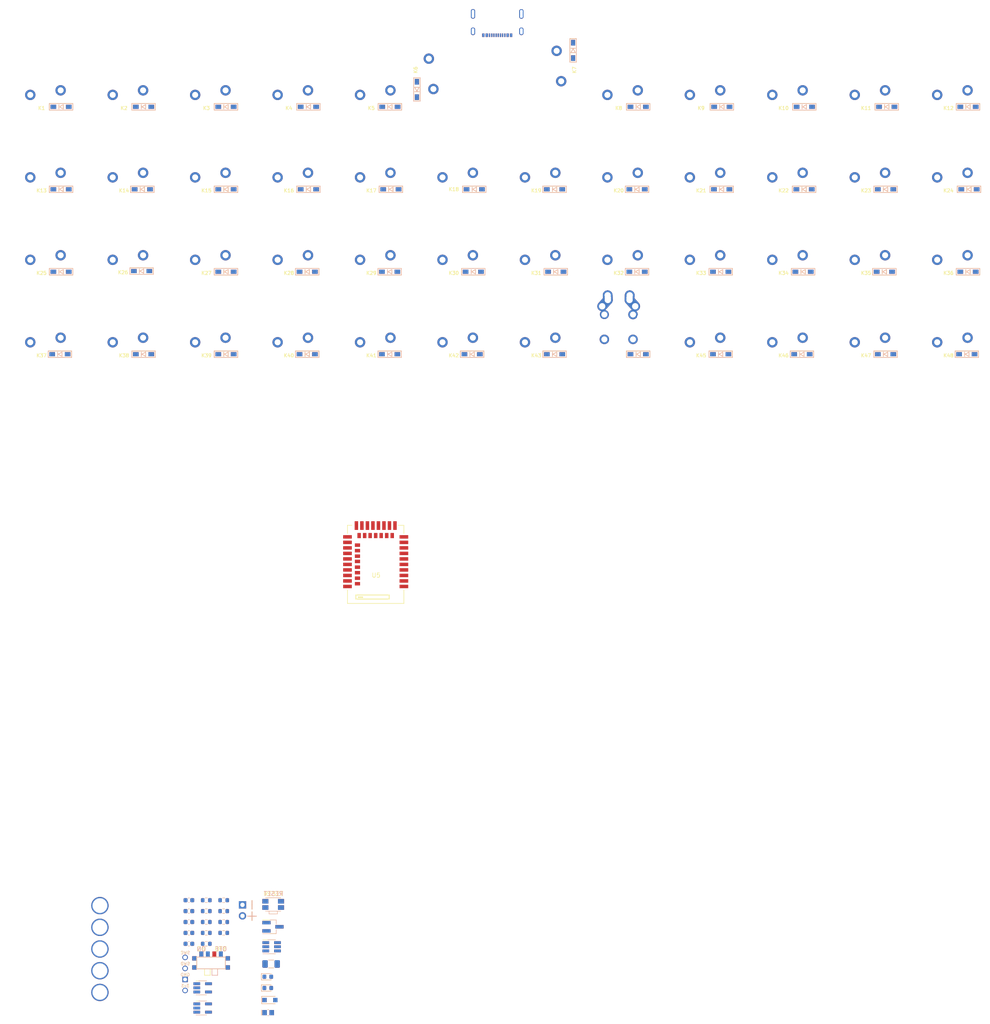
<source format=kicad_pcb>
(kicad_pcb (version 20241229) (generator "pcbnew") (generator_version "9.0")
  (layers (0 "F.Cu" signal) (2 "B.Cu" signal) (13 "F.Paste" user) (15 "B.Paste" user) (5 "F.SilkS" user "F.Silkscreen") (7 "B.SilkS" user "B.Silkscreen") (1 "F.Mask" user) (3 "B.Mask" user) (25 "Edge.Cuts" user))
  (net 0 "")
  (net 1 "GND")
  (net 2 "Net-(D31-K)")
  (net 3 "nRF_VDD")
  (net 4 "GNDS")
  (net 5 "VBAT")
  (net 6 "VBUS")
  (net 7 "Net-(D1-A)")
  (net 8 "ROW0")
  (net 9 "Net-(D2-A)")
  (net 10 "Net-(D3-A)")
  (net 11 "Net-(D4-A)")
  (net 12 "Net-(D5-A)")
  (net 13 "Net-(D6-A)")
  (net 14 "Net-(D7-A)")
  (net 15 "Net-(D8-A)")
  (net 16 "Net-(D9-A)")
  (net 17 "Net-(D10-A)")
  (net 18 "Net-(D11-A)")
  (net 19 "Net-(D12-A)")
  (net 20 "ROW1")
  (net 21 "Net-(D13-A)")
  (net 22 "Net-(D14-A)")
  (net 23 "Net-(D15-A)")
  (net 24 "Net-(D16-A)")
  (net 25 "Net-(D17-A)")
  (net 26 "Net-(D18-A)")
  (net 27 "Net-(D19-A)")
  (net 28 "Net-(D20-A)")
  (net 29 "Net-(D21-A)")
  (net 30 "Net-(D22-A)")
  (net 31 "Net-(D23-A)")
  (net 32 "Net-(D24-A)")
  (net 33 "Net-(D25-A)")
  (net 34 "ROW2")
  (net 35 "Net-(D26-A)")
  (net 36 "Net-(D27-A)")
  (net 37 "Net-(D28-A)")
  (net 38 "Net-(D29-A)")
  (net 39 "Net-(D30-A)")
  (net 40 "Net-(D32-A)")
  (net 41 "Net-(D33-A)")
  (net 42 "Net-(D34-A)")
  (net 43 "Net-(D35-K)")
  (net 44 "BLUE_LED")
  (net 45 "Net-(D36-K)")
  (net 46 "Net-(D37-A)")
  (net 47 "Net-(D38-A)")
  (net 48 "Net-(D39-A)")
  (net 49 "ROW3")
  (net 50 "Net-(D40-A)")
  (net 51 "Net-(D41-A)")
  (net 52 "Net-(D42-A)")
  (net 53 "Net-(D43-A)")
  (net 54 "Net-(D44-A)")
  (net 55 "Net-(D45-A)")
  (net 56 "Net-(D46-A)")
  (net 57 "Net-(D47-A)")
  (net 58 "Net-(D48-A)")
  (net 59 "Net-(D49-A)")
  (net 60 "Net-(D50-A)")
  (net 61 "Net-(D51-A)")
  (net 62 "Net-(F1-Pad1)")
  (net 63 "SWD")
  (net 64 "SWC")
  (net 65 "USBP")
  (net 66 "CC2")
  (net 67 "USBN")
  (net 72 "CC1")
  (net 73 "Net-(J4-Pin_2)")
  (net 74 "COL0")
  (net 75 "COL1")
  (net 76 "COL2")
  (net 77 "COL3")
  (net 78 "COL4")
  (net 79 "COL5")
  (net 80 "COL6")
  (net 81 "COL7")
  (net 82 "COL8")
  (net 83 "COL9")
  (net 84 "COL10")
  (net 85 "COL11")
  (net 86 "BATTERY_PIN")
  (net 87 "Net-(U3-STAT)")
  (net 88 "Net-(U3-PROG)")
  (net 89 "RESET")
  (net 94 "DATA-")
  (net 95 "DATA+")
  (net 98 "Net-(U5-P0.00{slash}XL1)")
  (net 102 "PROG")
  (net 107 "Net-(U5-P0.01{slash}XL2)")
  (footprint "kbd:keyswitch_gateron_low_profile_1u" (layer "F.Cu") (at 177.5 77.5)
    (property "Reference" "K32" (at 0 8.8 0) (layer "F.SilkS") (effects (font (size 0.8 0.8) (thickness 0.16) (bold yes))))
    (property "Value" "KEYSW" (hide yes))
    (fp_line (start 4.5 4.7) (end 4.4 4.7) (stroke (width 0.2)) (layer "F.Cu"))
    (pad "" np_thru_hole circle (at 0 0 90) (size 5.1 5.1) (drill 5.1) (layers "*.Cu" "*.Mask"))
    (pad "1" thru_hole circle (at 4.4 4.7) (size 2.4 2.4) (drill 1.4) (layers "*.Cu" "*.Mask") (net 41 "Net-(D33-A)"))
    (pad "2" thru_hole circle (at -2.6 5.75) (size 2.4 2.4) (drill 1.4) (layers "*.Cu" "*.Mask") (net 81 "COL7"))
  )
  (footprint "kbd:D3_SMD" (layer "F.Cu") (at 49 67)
    (property "Reference" "D13" (hide yes))
    (property "Value" "D_Small" (hide yes))
    (pad "1" smd rect (at -1.775 0) (size 1.3 0.95) (layers "F.Cu" "F.Mask" "F.Paste") (net 20 "ROW1"))
    (pad "1" smd rect (at -1.775 0) (size 1.3 0.95) (layers "B.Cu" "B.Mask" "B.Paste") (net 20 "ROW1"))
    (pad "2" smd rect (at 1.775 0) (size 1.3 0.95) (layers "F.Cu" "F.Mask" "F.Paste") (net 21 "Net-(D13-A)"))
    (pad "2" smd rect (at 1.775 0) (size 1.3 0.95) (layers "B.Cu" "B.Mask" "B.Paste") (net 21 "Net-(D13-A)"))
  )
  (footprint "kbd:C_0603_1608Metric_REV" (layer "F.Cu") (at 78.455 233.315)
    (property "Reference" "C2")
    (property "Value" "10pF")
    (pad "1" smd roundrect (at -0.775 0) (size 0.9 0.95) (layers "F.Cu" "F.Mask" "F.Paste") (net 3 "nRF_VDD"))
    (pad "1" smd roundrect (at -0.775 0 180) (size 0.9 0.95) (layers "B.Cu" "B.Mask" "B.Paste") (net 3 "nRF_VDD"))
    (pad "2" smd roundrect (at 0.775 0) (size 0.9 0.95) (layers "F.Cu" "F.Mask" "F.Paste") (net 1 "GND"))
    (pad "2" smd roundrect (at 0.775 0 180) (size 0.9 0.95) (layers "B.Cu" "B.Mask" "B.Paste") (net 1 "GND"))
  )
  (footprint "kbd:D3_SMD" (layer "F.Cu") (at 68 105)
    (property "Reference" "D41" (hide yes))
    (property "Value" "D_Small" (hide yes))
    (pad "1" smd rect (at -1.775 0) (size 1.3 0.95) (layers "F.Cu" "F.Mask" "F.Paste") (net 49 "ROW3"))
    (pad "1" smd rect (at -1.775 0) (size 1.3 0.95) (layers "B.Cu" "B.Mask" "B.Paste") (net 49 "ROW3"))
    (pad "2" smd rect (at 1.775 0) (size 1.3 0.95) (layers "F.Cu" "F.Mask" "F.Paste") (net 51 "Net-(D41-A)"))
    (pad "2" smd rect (at 1.775 0) (size 1.3 0.95) (layers "B.Cu" "B.Mask" "B.Paste") (net 51 "Net-(D41-A)"))
  )
  (footprint "kbd:D3_SMD" (layer "F.Cu") (at 49 86)
    (property "Reference" "D25" (hide yes))
    (property "Value" "D_Small" (hide yes))
    (pad "1" smd rect (at -1.775 0) (size 1.3 0.95) (layers "F.Cu" "F.Mask" "F.Paste") (net 34 "ROW2"))
    (pad "1" smd rect (at -1.775 0) (size 1.3 0.95) (layers "B.Cu" "B.Mask" "B.Paste") (net 34 "ROW2"))
    (pad "2" smd rect (at 1.775 0) (size 1.3 0.95) (layers "F.Cu" "F.Mask" "F.Paste") (net 33 "Net-(D25-A)"))
    (pad "2" smd rect (at 1.775 0) (size 1.3 0.95) (layers "B.Cu" "B.Mask" "B.Paste") (net 33 "Net-(D25-A)"))
  )
  (footprint "kbd:keyswitch_gateron_low_profile_1u" (layer "F.Cu") (at 234.5 39.5)
    (property "Reference" "K11" (at 0 8.8 0) (layer "F.SilkS") (effects (font (size 0.8 0.8) (thickness 0.16) (bold yes))))
    (property "Value" "KEYSW" (hide yes))
    (fp_line (start 4.5 4.7) (end 4.4 4.7) (stroke (width 0.2)) (layer "F.Cu"))
    (pad "" np_thru_hole circle (at 0 0 90) (size 5.1 5.1) (drill 5.1) (layers "*.Cu" "*.Mask"))
    (pad "1" thru_hole circle (at 4.4 4.7) (size 2.4 2.4) (drill 1.4) (layers "*.Cu" "*.Mask") (net 18 "Net-(D11-A)"))
    (pad "2" thru_hole circle (at -2.6 5.75) (size 2.4 2.4) (drill 1.4) (layers "*.Cu" "*.Mask") (net 84 "COL10"))
  )
  (footprint "kbd:MX_Alps_Hitek_725_1.5U_reversible" (layer "F.Cu") (at 177.5 96.5)
    (property "Reference" "K44" (hide yes))
    (property "Value" "KEYSW" (hide yes))
    (pad "" np_thru_hole circle (at -5.08 0) (size 1.7 1.7) (drill 1.7) (layers "*.Cu" "*.Mask"))
    (pad "" np_thru_hole circle (at 0 0) (size 4 4) (drill 4) (layers "*.Cu" "*.Mask"))
    (pad "" np_thru_hole circle (at 5.08 0) (size 1.7 1.7) (drill 1.7) (layers "*.Cu" "*.Mask"))
    (pad "1" thru_hole oval (at 2.5 -4.5 86.1) (size 2.831378 2.25) (drill 1.47 (offset 0.290689 0)) (layers "*.Cu" "*.Mask") (net 57 "Net-(D47-A)"))
    (pad "1" thru_hole circle (at 2.5 -4) (size 2.25 2.25) (drill 1.47) (layers "*.Cu" "*.Mask") (net 57 "Net-(D47-A)"))
    (pad "1" thru_hole circle (at 2.54 -5.08) (size 2.25 2.25) (drill 1.47) (layers "*.Cu" "*.Mask") (net 57 "Net-(D47-A)"))
    (pad "1" thru_hole circle (at 3.3 -0.64) (size 2.2 2.2) (drill 1.4) (layers "*.Cu" "*.Mask") (net 57 "Net-(D47-A)"))
    (pad "1" thru_hole circle (at 3.3 5.08) (size 2.2 2.2) (drill 1.4) (layers "*.Cu" "*.Mask") (net 57 "Net-(D47-A)"))
    (pad "1" thru_hole oval (at 3.81 -2.54 311.9) (size 4.211556 2.25) (drill 1.47 (offset -0.980778 0)) (layers "*.Cu" "*.Mask") (net 57 "Net-(D47-A)"))
    (pad "2" thru_hole oval (at -3.81 -2.54 48.1) (size 4.211556 2.25) (drill 1.47 (offset 0.980778 0)) (layers "*.Cu" "*.Mask") (net 81 "COL7"))
    (pad "2" thru_hole circle (at -3.3 -0.64) (size 2.1 2.1) (drill 1.4) (layers "*.Cu" "*.Mask") (net 81 "COL7"))
    (pad "2" thru_hole circle (at -3.3 5.08) (size 2.2 2.2) (drill 1.4) (layers "*.Cu" "*.Mask") (net 81 "COL7"))
    (pad "2" thru_hole circle (at -2.54 -5.08) (size 2.25 2.25) (drill 1.47) (layers "*.Cu" "*.Mask") (net 81 "COL7"))
    (pad "2" thru_hole oval (at -2.5 -4.5 273.9) (size 2.831378 2.25) (drill 1.47 (offset -0.290689 0)) (layers "*.Cu" "*.Mask") (net 81 "COL7"))
    (pad "2" thru_hole circle (at -2.5 -4) (size 2.25 2.25) (drill 1.47) (layers "*.Cu" "*.Mask") (net 81 "COL7"))
  )
  (footprint "kbd:Crystal_SMD_MicroCrystal_CM9V-T1A-2Pin_1.6x1.0mm_HandSoldering_REV" (layer "F.Cu") (at 96.725 256.705)
    (property "Reference" "X1")
    (property "Value" "32.768kHz")
    (pad "1" smd rect (at -0.825 0) (size 1.05 1.2) (layers "F.Cu" "F.Mask" "F.Paste") (net 107 "Net-(U5-P0.01{slash}XL2)"))
    (pad "1" smd rect (at -0.825 0 180) (size 1.05 1.2) (layers "B.Cu" "B.Mask" "B.Paste") (net 107 "Net-(U5-P0.01{slash}XL2)"))
    (pad "2" smd rect (at 0.825 0) (size 1.05 1.2) (layers "F.Cu" "F.Mask" "F.Paste") (net 98 "Net-(U5-P0.00{slash}XL1)"))
    (pad "2" smd rect (at 0.825 0 180) (size 1.05 1.2) (layers "B.Cu" "B.Mask" "B.Paste") (net 98 "Net-(U5-P0.00{slash}XL1)"))
  )
  (footprint "kbd:D3_SMD" (layer "F.Cu") (at 105.725 86)
    (property "Reference" "D28" (hide yes))
    (property "Value" "D_Small" (hide yes))
    (pad "1" smd rect (at -1.775 0) (size 1.3 0.95) (layers "F.Cu" "F.Mask" "F.Paste") (net 34 "ROW2"))
    (pad "1" smd rect (at -1.775 0) (size 1.3 0.95) (layers "B.Cu" "B.Mask" "B.Paste") (net 34 "ROW2"))
    (pad "2" smd rect (at 1.775 0) (size 1.3 0.95) (layers "F.Cu" "F.Mask" "F.Paste") (net 37 "Net-(D28-A)"))
    (pad "2" smd rect (at 1.775 0) (size 1.3 0.95) (layers "B.Cu" "B.Mask" "B.Paste") (net 37 "Net-(D28-A)"))
  )
  (footprint "kbd:D3_SMD" (layer "F.Cu") (at 258 48)
    (property "Reference" "D12" (hide yes))
    (property "Value" "D_Small" (hide yes))
    (pad "1" smd rect (at -1.775 0) (size 1.3 0.95) (layers "F.Cu" "F.Mask" "F.Paste") (net 8 "ROW0"))
    (pad "1" smd rect (at -1.775 0) (size 1.3 0.95) (layers "B.Cu" "B.Mask" "B.Paste") (net 8 "ROW0"))
    (pad "2" smd rect (at 1.775 0) (size 1.3 0.95) (layers "F.Cu" "F.Mask" "F.Paste") (net 19 "Net-(D12-A)"))
    (pad "2" smd rect (at 1.775 0) (size 1.3 0.95) (layers "B.Cu" "B.Mask" "B.Paste") (net 19 "Net-(D12-A)"))
  )
  (footprint "kbd:D3_SMD" (layer "F.Cu") (at 182 48)
    (property "Reference" "D8" (hide yes))
    (property "Value" "D_Small" (hide yes))
    (pad "1" smd rect (at -1.775 0) (size 1.3 0.95) (layers "F.Cu" "F.Mask" "F.Paste") (net 8 "ROW0"))
    (pad "1" smd rect (at -1.775 0) (size 1.3 0.95) (layers "B.Cu" "B.Mask" "B.Paste") (net 8 "ROW0"))
    (pad "2" smd rect (at 1.775 0) (size 1.3 0.95) (layers "F.Cu" "F.Mask" "F.Paste") (net 15 "Net-(D8-A)"))
    (pad "2" smd rect (at 1.775 0) (size 1.3 0.95) (layers "B.Cu" "B.Mask" "B.Paste") (net 15 "Net-(D8-A)"))
  )
  (footprint "kbd:keyswitch_gateron_low_profile_1u" (layer "F.Cu") (at 177.5 39.5)
    (property "Reference" "K8" (at 0 8.8 0) (layer "F.SilkS") (effects (font (size 0.8 0.8) (thickness 0.16) (bold yes))))
    (property "Value" "KEYSW" (hide yes))
    (fp_line (start 4.5 4.7) (end 4.4 4.7) (stroke (width 0.2)) (layer "F.Cu"))
    (pad "" np_thru_hole circle (at 0 0 90) (size 5.1 5.1) (drill 5.1) (layers "*.Cu" "*.Mask"))
    (pad "1" thru_hole circle (at 4.4 4.7) (size 2.4 2.4) (drill 1.4) (layers "*.Cu" "*.Mask") (net 15 "Net-(D8-A)"))
    (pad "2" thru_hole circle (at -2.6 5.75) (size 2.4 2.4) (drill 1.4) (layers "*.Cu" "*.Mask") (net 81 "COL7"))
  )
  (footprint "kbd:D3_SMD" (layer "F.Cu") (at 163 86)
    (property "Reference" "D32" (hide yes))
    (property "Value" "D_Small" (hide yes))
    (pad "1" smd rect (at -1.775 0) (size 1.3 0.95) (layers "F.Cu" "F.Mask" "F.Paste") (net 34 "ROW2"))
    (pad "1" smd rect (at -1.775 0) (size 1.3 0.95) (layers "B.Cu" "B.Mask" "B.Paste") (net 34 "ROW2"))
    (pad "2" smd rect (at 1.775 0) (size 1.3 0.95) (layers "F.Cu" "F.Mask" "F.Paste") (net 40 "Net-(D32-A)"))
    (pad "2" smd rect (at 1.775 0) (size 1.3 0.95) (layers "B.Cu" "B.Mask" "B.Paste") (net 40 "Net-(D32-A)"))
  )
  (footprint "kbd:D3_SMD" (layer "F.Cu") (at 124.725 105)
    (property "Reference" "D44" (hide yes))
    (property "Value" "D_Small" (hide yes))
    (pad "1" smd rect (at -1.775 0) (size 1.3 0.95) (layers "F.Cu" "F.Mask" "F.Paste") (net 49 "ROW3"))
    (pad "1" smd rect (at -1.775 0) (size 1.3 0.95) (layers "B.Cu" "B.Mask" "B.Paste") (net 49 "ROW3"))
    (pad "2" smd rect (at 1.775 0) (size 1.3 0.95) (layers "F.Cu" "F.Mask" "F.Paste") (net 54 "Net-(D44-A)"))
    (pad "2" smd rect (at 1.775 0) (size 1.3 0.95) (layers "B.Cu" "B.Mask" "B.Paste") (net 54 "Net-(D44-A)"))
  )
  (footprint "kbd:C_0603_1608Metric_REV" (layer "F.Cu") (at 78.455 230.805)
    (property "Reference" "C1")
    (property "Value" "10pF")
    (pad "1" smd roundrect (at -0.775 0) (size 0.9 0.95) (layers "F.Cu" "F.Mask" "F.Paste") (net 2 "Net-(D31-K)"))
    (pad "1" smd roundrect (at -0.775 0 180) (size 0.9 0.95) (layers "B.Cu" "B.Mask" "B.Paste") (net 2 "Net-(D31-K)"))
    (pad "2" smd roundrect (at 0.775 0) (size 0.9 0.95) (layers "F.Cu" "F.Mask" "F.Paste") (net 1 "GND"))
    (pad "2" smd roundrect (at 0.775 0 180) (size 0.9 0.95) (layers "B.Cu" "B.Mask" "B.Paste") (net 1 "GND"))
  )
  (footprint "kbd:Battery_TH" (layer "F.Cu") (at 90.805 231.875)
    (property "Reference" "J4")
    (property "Value" "Conn_01x02_Female")
    (pad "1" thru_hole rect (at 0 0) (size 1.7 1.7) (drill 1) (layers "*.Cu" "*.Mask") (net 1 "GND"))
    (pad "2" thru_hole oval (at 0 2.54) (size 1.7 1.7) (drill 1) (layers "*.Cu" "*.Mask") (net 73 "Net-(J4-Pin_2)"))
  )
  (footprint "kbd:R_0603_1608Metric_REV" (layer "F.Cu") (at 82.465 235.825)
    (property "Reference" "R4")
    (property "Value" "5.1K")
    (pad "1" smd roundrect (at -0.825 0) (size 0.8 0.95) (layers "F.Cu" "F.Mask" "F.Paste") (net 66 "CC2"))
    (pad "1" smd roundrect (at -0.825 0 180) (size 0.8 0.95) (layers "B.Cu" "B.Mask" "B.Paste") (net 66 "CC2"))
    (pad "2" smd roundrect (at 0.825 0) (size 0.8 0.95) (layers "F.Cu" "F.Mask" "F.Paste") (net 4 "GNDS"))
    (pad "2" smd roundrect (at 0.825 0 180) (size 0.8 0.95) (layers "B.Cu" "B.Mask" "B.Paste") (net 4 "GNDS"))
  )
  (footprint "kbd:D3_SMD" (layer "F.Cu") (at 220 86)
    (property "Reference" "D37" (hide yes))
    (property "Value" "D_Small" (hide yes))
    (pad "1" smd rect (at -1.775 0) (size 1.3 0.95) (layers "F.Cu" "F.Mask" "F.Paste") (net 34 "ROW2"))
    (pad "1" smd rect (at -1.775 0) (size 1.3 0.95) (layers "B.Cu" "B.Mask" "B.Paste") (net 34 "ROW2"))
    (pad "2" smd rect (at 1.775 0) (size 1.3 0.95) (layers "F.Cu" "F.Mask" "F.Paste") (net 46 "Net-(D37-A)"))
    (pad "2" smd rect (at 1.775 0) (size 1.3 0.95) (layers "B.Cu" "B.Mask" "B.Paste") (net 46 "Net-(D37-A)"))
  )
  (footprint "kbd:D3_SMD" (layer "F.Cu") (at 48.725 105)
    (property "Reference" "D40" (hide yes))
    (property "Value" "D_Small" (hide yes))
    (pad "1" smd rect (at -1.775 0) (size 1.3 0.95) (layers "F.Cu" "F.Mask" "F.Paste") (net 49 "ROW3"))
    (pad "1" smd rect (at -1.775 0) (size 1.3 0.95) (layers "B.Cu" "B.Mask" "B.Paste") (net 49 "ROW3"))
    (pad "2" smd rect (at 1.775 0) (size 1.3 0.95) (layers "F.Cu" "F.Mask" "F.Paste") (net 50 "Net-(D40-A)"))
    (pad "2" smd rect (at 1.775 0) (size 1.3 0.95) (layers "B.Cu" "B.Mask" "B.Paste") (net 50 "Net-(D40-A)"))
  )
  (footprint "kbd:keyswitch_gateron_low_profile_1u" (layer "F.Cu") (at 63.5 39.5)
    (property "Reference" "K2" (at 0 8.8 0) (layer "F.SilkS") (effects (font (size 0.8 0.8) (thickness 0.16) (bold yes))))
    (property "Value" "KEYSW" (hide yes))
    (fp_line (start 4.5 4.7) (end 4.4 4.7) (stroke (width 0.2)) (layer "F.Cu"))
    (pad "" np_thru_hole circle (at 0 0 90) (size 5.1 5.1) (drill 5.1) (layers "*.Cu" "*.Mask"))
    (pad "1" thru_hole circle (at 4.4 4.7) (size 2.4 2.4) (drill 1.4) (layers "*.Cu" "*.Mask") (net 9 "Net-(D2-A)"))
    (pad "2" thru_hole circle (at -2.6 5.75) (size 2.4 2.4) (drill 1.4) (layers "*.Cu" "*.Mask") (net 75 "COL1"))
  )
  (footprint "kbd:keyswitch_gateron_low_profile_1u" (layer "F.Cu") (at 139.5 58.5)
    (property "Reference" "K18" (at 0 8.5 0) (layer "F.SilkS") (effects (font (size 0.8 0.8) (thickness 0.16) (bold yes))))
    (property "Value" "KEYSW" (hide yes))
    (fp_line (start 4.5 4.7) (end 4.4 4.7) (stroke (width 0.2)) (layer "F.Cu"))
    (pad "" np_thru_hole circle (at 0 0 90) (size 5.1 5.1) (drill 5.1) (layers "*.Cu" "*.Mask"))
    (pad "1" thru_hole circle (at 4.4 4.7) (size 2.4 2.4) (drill 1.4) (layers "*.Cu" "*.Mask") (net 26 "Net-(D18-A)"))
    (pad "2" thru_hole circle (at -2.6 5.75) (size 2.4 2.4) (drill 1.4) (layers "*.Cu" "*.Mask") (net 79 "COL5"))
  )
  (footprint "kbd:keyswitch_gateron_low_profile_1u" (layer "F.Cu") (at 196.5 77.5)
    (property "Reference" "K33" (at 0 8.8 0) (layer "F.SilkS") (effects (font (size 0.8 0.8) (thickness 0.16) (bold yes))))
    (property "Value" "KEYSW" (hide yes))
    (fp_line (start 4.5 4.7) (end 4.4 4.7) (stroke (width 0.2)) (layer "F.Cu"))
    (pad "" np_thru_hole circle (at 0 0 90) (size 5.1 5.1) (drill 5.1) (layers "*.Cu" "*.Mask"))
    (pad "1" thru_hole circle (at 4.4 4.7) (size 2.4 2.4) (drill 1.4) (layers "*.Cu" "*.Mask") (net 42 "Net-(D34-A)"))
    (pad "2" thru_hole circle (at -2.6 5.75) (size 2.4 2.4) (drill 1.4) (layers "*.Cu" "*.Mask") (net 82 "COL8"))
  )
  (footprint "kbd:M2-MountingHole-Standoff" (layer "F.Cu") (at 57.95 242.05)
    (property "Reference" "H4" (hide yes))
    (property "Value" "MountingHole" (hide yes))
    (pad "" thru_hole circle (at 0 0) (size 4 4) (drill 3.4) (layers "*.Cu" "*.Mask"))
  )
  (footprint "kbd:keyswitch_gateron_low_profile_1u" (layer "F.Cu") (at 158.5 77.5)
    (property "Reference" "K31" (at 0 8.8 0) (layer "F.SilkS") (effects (font (size 0.8 0.8) (thickness 0.16) (bold yes))))
    (property "Value" "KEYSW" (hide yes))
    (fp_line (start 4.5 4.7) (end 4.4 4.7) (stroke (width 0.2)) (layer "F.Cu"))
    (pad "" np_thru_hole circle (at 0 0 90) (size 5.1 5.1) (drill 5.1) (layers "*.Cu" "*.Mask"))
    (pad "1" thru_hole circle (at 4.4 4.7) (size 2.4 2.4) (drill 1.4) (layers "*.Cu" "*.Mask") (net 40 "Net-(D32-A)"))
    (pad "2" thru_hole circle (at -2.6 5.75) (size 2.4 2.4) (drill 1.4) (layers "*.Cu" "*.Mask") (net 80 "COL6"))
  )
  (footprint "kbd:D_SOD-323_HandSoldering_REV" (layer "F.Cu") (at 97.125 253.805)
    (property "Reference" "D31")
    (property "Value" "1N5819")
    (pad "1" smd rect (at -1.25 0) (size 1 1) (layers "F.Cu" "F.Mask" "F.Paste") (net 2 "Net-(D31-K)"))
    (pad "1" smd rect (at -1.25 0 180) (size 1 1) (layers "B.Cu" "B.Mask" "B.Paste") (net 2 "Net-(D31-K)"))
    (pad "2" smd rect (at 1.25 0) (size 1 1) (layers "F.Cu" "F.Mask" "F.Paste") (net 6 "VBUS"))
    (pad "2" smd rect (at 1.25 0 180) (size 1 1) (layers "B.Cu" "B.Mask" "B.Paste") (net 6 "VBUS"))
  )
  (footprint "kbd:keyswitch_gateron_low_profile_1u" (layer "F.Cu") (at 215.5 58.5)
    (property "Reference" "K22" (at 0 8.8 0) (layer "F.SilkS") (effects (font (size 0.8 0.8) (thickness 0.16) (bold yes))))
    (property "Value" "KEYSW" (hide yes))
    (fp_line (start 4.5 4.7) (end 4.4 4.7) (stroke (width 0.2)) (layer "F.Cu"))
    (pad "" np_thru_hole circle (at 0 0 90) (size 5.1 5.1) (drill 5.1) (layers "*.Cu" "*.Mask"))
    (pad "1" thru_hole circle (at 4.4 4.7) (size 2.4 2.4) (drill 1.4) (layers "*.Cu" "*.Mask") (net 30 "Net-(D22-A)"))
    (pad "2" thru_hole circle (at -2.6 5.75) (size 2.4 2.4) (drill 1.4) (layers "*.Cu" "*.Mask") (net 83 "COL9"))
  )
  (footprint "kbd:D3_SMD" (layer "F.Cu") (at 87 105)
    (property "Reference" "D42" (hide yes))
    (property "Value" "D_Small" (hide yes))
    (pad "1" smd rect (at -1.775 0) (size 1.3 0.95) (layers "F.Cu" "F.Mask" "F.Paste") (net 49 "ROW3"))
    (pad "1" smd rect (at -1.775 0) (size 1.3 0.95) (layers "B.Cu" "B.Mask" "B.Paste") (net 49 "ROW3"))
    (pad "2" smd rect (at 1.775 0) (size 1.3 0.95) (layers "F.Cu" "F.Mask" "F.Paste") (net 52 "Net-(D42-A)"))
    (pad "2" smd rect (at 1.775 0) (size 1.3 0.95) (layers "B.Cu" "B.Mask" "B.Paste") (net 52 "Net-(D42-A)"))
  )
  (footprint "kbd:D3_SMD" (layer "F.Cu") (at 220.275 48)
    (property "Reference" "D10" (hide yes))
    (property "Value" "D_Small" (hide yes))
    (pad "1" smd rect (at -1.775 0) (size 1.3 0.95) (layers "F.Cu" "F.Mask" "F.Paste") (net 8 "ROW0"))
    (pad "1" smd rect (at -1.775 0) (size 1.3 0.95) (layers "B.Cu" "B.Mask" "B.Paste") (net 8 "ROW0"))
    (pad "2" smd rect (at 1.775 0) (size 1.3 0.95) (layers "F.Cu" "F.Mask" "F.Paste") (net 17 "Net-(D10-A)"))
    (pad "2" smd rect (at 1.775 0) (size 1.3 0.95) (layers "B.Cu" "B.Mask" "B.Paste") (net 17 "Net-(D10-A)"))
  )
  (footprint "kbd:D3_SMD" (layer "F.Cu") (at 67.55 85.85)
    (property "Reference" "D26" (hide yes))
    (property "Value" "D_Small" (hide yes))
    (pad "1" smd rect (at -1.775 0) (size 1.3 0.95) (layers "F.Cu" "F.Mask" "F.Paste") (net 34 "ROW2"))
    (pad "1" smd rect (at -1.775 0) (size 1.3 0.95) (layers "B.Cu" "B.Mask" "B.Paste") (net 34 "ROW2"))
    (pad "2" smd rect (at 1.775 0) (size 1.3 0.95) (layers "F.Cu" "F.Mask" "F.Paste") (net 35 "Net-(D26-A)"))
    (pad "2" smd rect (at 1.775 0) (size 1.3 0.95) (layers "B.Cu" "B.Mask" "B.Paste") (net 35 "Net-(D26-A)"))
  )
  (footprint "kbd:C_0603_1608Metric_REV" (layer "F.Cu") (at 78.455 235.825)
    (property "Reference" "C3")
    (property "Value" "1nF")
    (pad "1" smd roundrect (at -0.775 0) (size 0.9 0.95) (layers "F.Cu" "F.Mask" "F.Paste") (net 1 "GND"))
    (pad "1" smd roundrect (at -0.775 0 180) (size 0.9 0.95) (layers "B.Cu" "B.Mask" "B.Paste") (net 1 "GND"))
    (pad "2" smd roundrect (at 0.775 0) (size 0.9 0.95) (layers "F.Cu" "F.Mask" "F.Paste") (net 4 "GNDS"))
    (pad "2" smd roundrect (at 0.775 0 180) (size 0.9 0.95) (layers "B.Cu" "B.Mask" "B.Paste") (net 4 "GNDS"))
  )
  (footprint "kbd:D3_SMD" (layer "F.Cu") (at 124.775 48)
    (property "Reference" "D5" (hide yes))
    (property "Value" "D_Small" (hide yes))
    (pad "1" smd rect (at -1.775 0) (size 1.3 0.95) (layers "F.Cu" "F.Mask" "F.Paste") (net 8 "ROW0"))
    (pad "1" smd rect (at -1.775 0) (size 1.3 0.95) (layers "B.Cu" "B.Mask" "B.Paste") (net 8 "ROW0"))
    (pad "2" smd rect (at 1.775 0) (size 1.3 0.95) (layers "F.Cu" "F.Mask" "F.Paste") (net 12 "Net-(D5-A)"))
    (pad "2" smd rect (at 1.775 0) (size 1.3 0.95) (layers "B.Cu" "B.Mask" "B.Paste") (net 12 "Net-(D5-A)"))
  )
  (footprint "kbd:keyswitch_gateron_low_profile_1u" (layer "F.Cu") (at 44.5 58.5)
    (property "Reference" "K13" (at 0 8.8 0) (layer "F.SilkS") (effects (font (size 0.8 0.8) (thickness 0.16) (bold yes))))
    (property "Value" "KEYSW" (hide yes))
    (fp_line (start 4.5 4.7) (end 4.4 4.7) (stroke (width 0.2)) (layer "F.Cu"))
    (pad "" np_thru_hole circle (at 0 0 90) (size 5.1 5.1) (drill 5.1) (layers "*.Cu" "*.Mask"))
    (pad "1" thru_hole circle (at 4.4 4.7) (size 2.4 2.4) (drill 1.4) (layers "*.Cu" "*.Mask") (net 21 "Net-(D13-A)"))
    (pad "2" thru_hole circle (at -2.6 5.75) (size 2.4 2.4) (drill 1.4) (layers "*.Cu" "*.Mask") (net 74 "COL0"))
  )
  (footprint "kbd:M2-MountingHole-Standoff" (layer "F.Cu") (at 57.95 247.05)
    (property "Reference" "H5" (hide yes))
    (property "Value" "MountingHole" (hide yes))
    (pad "" thru_hole circle (at 0 0) (size 4 4) (drill 3.4) (layers "*.Cu" "*.Mask"))
  )
  (footprint "kbd:keyswitch_gateron_low_profile_1u" (layer "F.Cu") (at 196.5 58.5)
    (property "Reference" "K21" (at 0 8.8 0) (layer "F.SilkS") (effects (font (size 0.8 0.8) (thickness 0.16) (bold yes))))
    (property "Value" "KEYSW" (hide yes))
    (fp_line (start 4.5 4.7) (end 4.4 4.7) (stroke (width 0.2)) (layer "F.Cu"))
    (pad "" np_thru_hole circle (at 0 0 90) (size 5.1 5.1) (drill 5.1) (layers "*.Cu" "*.Mask"))
    (pad "1" thru_hole circle (at 4.4 4.7) (size 2.4 2.4) (drill 1.4) (layers "*.Cu" "*.Mask") (net 29 "Net-(D21-A)"))
    (pad "2" thru_hole circle (at -2.6 5.75) (size 2.4 2.4) (drill 1.4) (layers "*.Cu" "*.Mask") (net 82 "COL8"))
  )
  (footprint "kbd:SOT-23-6_Handsoldering_REV" (layer "F.Cu") (at 97.525 241.525)
    (property "Reference" "U4")
    (property "Value" "USBLC6-2SC6")
    (pad "1" smd rect (at -1.35 -0.95) (size 1.56 0.65) (layers "F.Cu" "F.Mask" "F.Paste") (net 95 "DATA+"))
    (pad "1" smd rect (at -1.35 0.95 180) (size 1.56 0.65) (layers "B.Cu" "B.Mask" "B.Paste") (net 95 "DATA+"))
    (pad "2" smd rect (at -1.35 0) (size 1.56 0.65) (layers "F.Cu" "F.Mask" "F.Paste") (net 1 "GND"))
    (pad "2" smd rect (at -1.35 0 180) (size 1.56 0.65) (layers "B.Cu" "B.Mask" "B.Paste") (net 1 "GND"))
    (pad "3" smd rect (at -1.35 -0.95 180) (size 1.56 0.65) (layers "B.Cu" "B.Mask" "B.Paste") (net 94 "DATA-"))
    (pad "3" smd rect (at -1.35 0.95) (size 1.56 0.65) (layers "F.Cu" "F.Mask" "F.Paste") (net 94 "DATA-"))
    (pad "4" smd rect (at 1.35 -0.95 180) (size 1.56 0.65) (layers "B.Cu" "B.Mask" "B.Paste") (net 67 "USBN"))
    (pad "4" smd rect (at 1.35 0.95) (size 1.56 0.65) (layers "F.Cu" "F.Mask" "F.Paste") (net 67 "USBN"))
    (pad "5" smd rect (at 1.35 0) (size 1.56 0.65) (layers "F.Cu" "F.Mask" "F.Paste") (net 6 "VBUS"))
    (pad "5" smd rect (at 1.35 0 180) (size 1.56 0.65) (layers "B.Cu" "B.Mask" "B.Paste") (net 6 "VBUS"))
    (pad "6" smd rect (at 1.35 -0.95) (size 1.56 0.65) (layers "F.Cu" "F.Mask" "F.Paste") (net 65 "USBP"))
    (pad "6" smd rect (at 1.35 0.95 180) (size 1.56 0.65) (layers "B.Cu" "B.Mask" "B.Paste") (net 65 "USBP"))
  )
  (footprint "kbd:D3_SMD" (layer "F.Cu") (at 162.725 105)
    (property "Reference" "D46" (hide yes))
    (property "Value" "D_Small" (hide yes))
    (pad "1" smd rect (at -1.775 0) (size 1.3 0.95) (layers "F.Cu" "F.Mask" "F.Paste") (net 49 "ROW3"))
    (pad "1" smd rect (at -1.775 0) (size 1.3 0.95) (layers "B.Cu" "B.Mask" "B.Paste") (net 49 "ROW3"))
    (pad "2" smd rect (at 1.775 0) (size 1.3 0.95) (layers "F.Cu" "F.Mask" "F.Paste") (net 56 "Net-(D46-A)"))
    (pad "2" smd rect (at 1.775 0) (size 1.3 0.95) (layers "B.Cu" "B.Mask" "B.Paste") (net 56 "Net-(D46-A)"))
  )
  (footprint "kbd:D3_SMD" (layer "F.Cu") (at 219.725 105)
    (property "Reference" "D49" (hide yes))
    (property "Value" "D_Small" (hide yes))
    (pad "1" smd rect (at -1.775 0) (size 1.3 0.95) (layers "F.Cu" "F.Mask" "F.Paste") (net 49 "ROW3"))
    (pad "1" smd rect (at -1.775 0) (size 1.3 0.95) (layers "B.Cu" "B.Mask" "B.Paste") (net 49 "ROW3"))
    (pad "2" smd rect (at 1.775 0) (size 1.3 0.95) (layers "F.Cu" "F.Mask" "F.Paste") (net 59 "Net-(D49-A)"))
    (pad "2" smd rect (at 1.775 0) (size 1.3 0.95) (layers "B.Cu" "B.Mask" "B.Paste") (net 59 "Net-(D49-A)"))
  )
  (footprint "kbd:D3_SMD" (layer "F.Cu") (at 181.725 86)
    (property "Reference" "D33" (hide yes))
    (property "Value" "D_Small" (hide yes))
    (pad "1" smd rect (at -1.775 0) (size 1.3 0.95) (layers "F.Cu" "F.Mask" "F.Paste") (net 34 "ROW2"))
    (pad "1" smd rect (at -1.775 0) (size 1.3 0.95) (layers "B.Cu" "B.Mask" "B.Paste") (net 34 "ROW2"))
    (pad "2" smd rect (at 1.775 0) (size 1.3 0.95) (layers "F.Cu" "F.Mask" "F.Paste") (net 41 "Net-(D33-A)"))
    (pad "2" smd rect (at 1.775 0) (size 1.3 0.95) (layers "B.Cu" "B.Mask" "B.Paste") (net 41 "Net-(D33-A)"))
  )
  (footprint "kbd:D3_SMD" (layer "F.Cu") (at 87 48)
    (property "Reference" "D3" (hide yes))
    (property "Value" "D_Small" (hide yes))
    (pad "1" smd rect (at -1.775 0) (size 1.3 0.95) (layers "F.Cu" "F.Mask" "F.Paste") (net 8 "ROW0"))
    (pad "1" smd rect (at -1.775 0) (size 1.3 0.95) (layers "B.Cu" "B.Mask" "B.Paste") (net 8 "ROW0"))
    (pad "2" smd rect (at 1.775 0) (size 1.3 0.95) (layers "F.Cu" "F.Mask" "F.Paste") (net 10 "Net-(D3-A)"))
    (pad "2" smd rect (at 1.775 0) (size 1.3 0.95) (layers "B.Cu" "B.Mask" "B.Paste") (net 10 "Net-(D3-A)"))
  )
  (footprint "kbd:keyswitch_gateron_low_profile_1u" (layer "F.Cu") (at 120.5 58.5)
    (property "Reference" "K17" (at 0 8.8 0) (layer "F.SilkS") (effects (font (size 0.8 0.8) (thickness 0.16) (bold yes))))
    (property "Value" "KEYSW" (hide yes))
    (fp_line (start 4.5 4.7) (end 4.4 4.7) (stroke (width 0.2)) (layer "F.Cu"))
    (pad "" np_thru_hole circle (at 0 0 90) (size 5.1 5.1) (drill 5.1) (layers "*.Cu" "*.Mask"))
    (pad "1" thru_hole circle (at 4.4 4.7) (size 2.4 2.4) (drill 1.4) (layers "*.Cu" "*.Mask") (net 25 "Net-(D17-A)"))
    (pad "2" thru_hole circle (at -2.6 5.75) (size 2.4 2.4) (drill 1.4) (layers "*.Cu" "*.Mask") (net 78 "COL4"))
  )
  (footprint "kbd:D3_SMD" (layer "F.Cu") (at 68 48)
    (property "Reference" "D2" (hide yes))
    (property "Value" "D_Small" (hide yes))
    (pad "1" smd rect (at -1.775 0) (size 1.3 0.95) (layers "F.Cu" "F.Mask" "F.Paste") (net 8 "ROW0"))
    (pad "1" smd rect (at -1.775 0) (size 1.3 0.95) (layers "B.Cu" "B.Mask" "B.Paste") (net 8 "ROW0"))
    (pad "2" smd rect (at 1.775 0) (size 1.3 0.95) (layers "F.Cu" "F.Mask" "F.Paste") (net 9 "Net-(D2-A)"))
    (pad "2" smd rect (at 1.775 0) (size 1.3 0.95) (layers "B.Cu" "B.Mask" "B.Paste") (net 9 "Net-(D2-A)"))
  )
  (footprint "kbd:SOT-23_Handsoldering_REV" (layer "F.Cu") (at 97.825 236.925)
    (property "Reference" "Q2")
    (property "Value" "AO3407")
    (pad "1" smd rect (at -1.5 -0.95) (size 1.9 0.8) (layers "F.Cu" "F.Mask" "F.Paste") (net 6 "VBUS"))
    (pad "1" smd rect (at -1.5 0.95 180) (size 1.9 0.8) (layers "B.Cu" "B.Mask" "B.Paste") (net 6 "VBUS"))
    (pad "2" smd rect (at -1.5 -0.95 180) (size 1.9 0.8) (layers "B.Cu" "B.Mask" "B.Paste") (net 2 "Net-(D31-K)"))
    (pad "2" smd rect (at -1.5 0.95) (size 1.9 0.8) (layers "F.Cu" "F.Mask" "F.Paste") (net 2 "Net-(D31-K)"))
    (pad "3" smd rect (at 1.5 0) (size 1.9 0.8) (layers "F.Cu" "F.Mask" "F.Paste") (net 5 "VBAT"))
    (pad "3" smd rect (at 1.5 0 180) (size 1.9 0.8) (layers "B.Cu" "B.Mask" "B.Paste") (net 5 "VBAT"))
  )
  (footprint "kbd:keyswitch_gateron_low_profile_1u" (layer "F.Cu") (at 101.5 96.5)
    (property "Reference" "K40" (at 0 8.8 0) (layer "F.SilkS") (effects (font (size 0.8 0.8) (thickness 0.16) (bold yes))))
    (property "Value" "KEYSW" (hide yes))
    (fp_line (start 4.5 4.7) (end 4.4 4.7) (stroke (width 0.2)) (layer "F.Cu"))
    (pad "" np_thru_hole circle (at 0 0 90) (size 5.1 5.1) (drill 5.1) (layers "*.Cu" "*.Mask"))
    (pad "1" thru_hole circle (at 4.4 4.7) (size 2.4 2.4) (drill 1.4) (layers "*.Cu" "*.Mask") (net 53 "Net-(D43-A)"))
    (pad "2" thru_hole circle (at -2.6 5.75) (size 2.4 2.4) (drill 1.4) (layers "*.Cu" "*.Mask") (net 77 "COL3"))
  )
  (footprint "kbd:keyswitch_gateron_low_profile_1u" (layer "F.Cu") (at 196.5 96.5)
    (property "Reference" "K45" (at 0 8.8 0) (layer "F.SilkS") (effects (font (size 0.8 0.8) (thickness 0.16) (bold yes))))
    (property "Value" "KEYSW" (hide yes))
    (fp_line (start 4.5 4.7) (end 4.4 4.7) (stroke (width 0.2)) (layer "F.Cu"))
    (pad "" np_thru_hole circle (at 0 0 90) (size 5.1 5.1) (drill 5.1) (layers "*.Cu" "*.Mask"))
    (pad "1" thru_hole circle (at 4.4 4.7) (size 2.4 2.4) (drill 1.4) (layers "*.Cu" "*.Mask") (net 58 "Net-(D48-A)"))
    (pad "2" thru_hole circle (at -2.6 5.75) (size 2.4 2.4) (drill 1.4) (layers "*.Cu" "*.Mask") (net 82 "COL8"))
  )
  (footprint "kbd:keyswitch_gateron_low_profile_1u" (layer "F.Cu") (at 63.5 77.5)
    (property "Reference" "K26" (at -0.225 8.65 0) (layer "F.SilkS") (effects (font (size 0.8 0.8) (thickness 0.16) (bold yes))))
    (property "Value" "KEYSW" (hide yes))
    (fp_line (start 4.5 4.7) (end 4.4 4.7) (stroke (width 0.2)) (layer "F.Cu"))
    (pad "" np_thru_hole circle (at 0 0 90) (size 5.1 5.1) (drill 5.1) (layers "*.Cu" "*.Mask"))
    (pad "1" thru_hole circle (at 4.4 4.7) (size 2.4 2.4) (drill 1.4) (layers "*.Cu" "*.Mask") (net 35 "Net-(D26-A)"))
    (pad "2" thru_hole circle (at -2.6 5.75) (size 2.4 2.4) (drill 1.4) (layers "*.Cu" "*.Mask") (net 75 "COL1"))
  )
  (footprint "kbd:D3_SMD" (layer "F.Cu") (at 106 67)
    (property "Reference" "D16" (hide yes))
    (property "Value" "D_Small" (hide yes))
    (pad "1" smd rect (at -1.775 0) (size 1.3 0.95) (layers "F.Cu" "F.Mask" "F.Paste") (net 20 "ROW1"))
    (pad "1" smd rect (at -1.775 0) (size 1.3 0.95) (layers "B.Cu" "B.Mask" "B.Paste") (net 20 "ROW1"))
    (pad "2" smd rect (at 1.775 0) (size 1.3 0.95) (layers "F.Cu" "F.Mask" "F.Paste") (net 24 "Net-(D16-A)"))
    (pad "2" smd rect (at 1.775 0) (size 1.3 0.95) (layers "B.Cu" "B.Mask" "B.Paste") (net 24 "Net-(D16-A)"))
  )
  (footprint "kbd:Fuse_1206_3216Metric_REV" (layer "F.Cu") (at 97.405396 245.5)
    (property "Reference" "F1")
    (property "Value" "500mA")
    (pad "1" smd roundrect (at -1.400396 -0.005 180) (size 1.25 1.75) (layers "B.Cu" "B.Mask" "B.Paste") (roundrect_rratio 0.2) (net 62 "Net-(F1-Pad1)"))
    (pad "1" smd roundrect (at -1.4 0) (size 1.25 1.75) (layers "F.Cu" "F.Mask" "F.Paste") (roundrect_rratio 0.2) (net 62 "Net-(F1-Pad1)"))
    (pad "2" smd roundrect (at 1.399604 -0.005 180) (size 1.25 1.75) (layers "B.Cu" "B.Mask" "B.Paste") (roundrect_rratio 0.2) (net 6 "VBUS"))
    (pad "2" smd roundrect (at 1.4 0) (size 1.25 1.75) (layers "F.Cu" "F.Mask" "F.Paste") (roundrect_rratio 0.2) (net 6 "VBUS"))
  )
  (footprint "kbd:R_0603_1608Metric_REV" (layer "F.Cu") (at 86.475 233.315)
    (property "Reference" "R8")
    (property "Value" "RPROG")
    (pad "1" smd roundrect (at -0.825 0) (size 0.8 0.95) (layers "F.Cu" "F.Mask" "F.Paste") (net 88 "Net-(U3-PROG)"))
    (pad "1" smd roundrect (at -0.825 0 180) (size 0.8 0.95) (layers "B.Cu" "B.Mask" "B.Paste") (net 88 "Net-(U3-PROG)"))
    (pad "2" smd roundrect (at 0.825 0) (size 0.8 0.95) (layers "F.Cu" "F.Mask" "F.Paste") (net 1 "GND"))
    (pad "2" smd roundrect (at 0.825 0 180) (size 0.8 0.95) (layers "B.Cu" "B.Mask" "B.Paste") (net 1 "GND"))
  )
  (footprint "kbd:keyswitch_gateron_low_profile_1u" (layer "F.Cu") (at 253.5 77.5)
    (property "Reference" "K36" (at 0 8.8 0) (layer "F.SilkS") (effects (font (size 0.8 0.8) (thickness 0.16) (bold yes))))
    (property "Value" "KEYSW" (hide yes))
    (fp_line (start 4.5 4.7) (end 4.4 4.7) (stroke (width 0.2)) (layer "F.Cu"))
    (pad "" np_thru_hole circle (at 0 0 90) (size 5.1 5.1) (drill 5.1) (layers "*.Cu" "*.Mask"))
    (pad "1" thru_hole circle (at 4.4 4.7) (size 2.4 2.4) (drill 1.4) (layers "*.Cu" "*.Mask") (net 48 "Net-(D39-A)"))
    (pad "2" thru_hole circle (at -2.6 5.75) (size 2.4 2.4) (drill 1.4) (layers "*.Cu" "*.Mask") (net 85 "COL11"))
  )
  (footprint "kbd:D3_SMD" (layer "F.Cu") (at 258.225 67)
    (property "Reference" "D24" (hide yes))
    (property "Value" "D_Small" (hide yes))
    (pad "1" smd rect (at -1.775 0) (size 1.3 0.95) (layers "F.Cu" "F.Mask" "F.Paste") (net 20 "ROW1"))
    (pad "1" smd rect (at -1.775 0) (size 1.3 0.95) (layers "B.Cu" "B.Mask" "B.Paste") (net 20 "ROW1"))
    (pad "2" smd rect (at 1.775 0) (size 1.3 0.95) (layers "F.Cu" "F.Mask" "F.Paste") (net 32 "Net-(D24-A)"))
    (pad "2" smd rect (at 1.775 0) (size 1.3 0.95) (layers "B.Cu" "B.Mask" "B.Paste") (net 32 "Net-(D24-A)"))
  )
  (footprint "kbd:D3_SMD" (layer "F.Cu") (at 239 67)
    (property "Reference" "D23" (hide yes))
    (property "Value" "D_Small" (hide yes))
    (pad "1" smd rect (at -1.775 0) (size 1.3 0.95) (layers "F.Cu" "F.Mask" "F.Paste") (net 20 "ROW1"))
    (pad "1" smd rect (at -1.775 0) (size 1.3 0.95) (layers "B.Cu" "B.Mask" "B.Paste") (net 20 "ROW1"))
    (pad "2" smd rect (at 1.775 0) (size 1.3 0.95) (layers "F.Cu" "F.Mask" "F.Paste") (net 31 "Net-(D23-A)"))
    (pad "2" smd rect (at 1.775 0) (size 1.3 0.95) (layers "B.Cu" "B.Mask" "B.Paste") (net 31 "Net-(D23-A)"))
  )
  (footprint "kbd:D3_SMD" (layer "F.Cu") (at 201.225 67)
    (property "Reference" "D21" (hide yes))
    (property "Value" "D_Small" (hide yes))
    (pad "1" smd rect (at -1.775 0) (size 1.3 0.95) (layers "F.Cu" "F.Mask" "F.Paste") (net 20 "ROW1"))
    (pad "1" smd rect (at -1.775 0) (size 1.3 0.95) (layers "B.Cu" "B.Mask" "B.Paste") (net 20 "ROW1"))
    (pad "2" smd rect (at 1.775 0) (size 1.3 0.95) (layers "F.Cu" "F.Mask" "F.Paste") (net 29 "Net-(D21-A)"))
    (pad "2" smd rect (at 1.775 0) (size 1.3 0.95) (layers "B.Cu" "B.Mask" "B.Paste") (net 29 "Net-(D21-A)"))
  )
  (footprint "kbd:keyswitch_gateron_low_profile_1u" (layer "F.Cu") (at 120.5 96.5)
    (property "Reference" "K41" (at 0 8.8 0) (layer "F.SilkS") (effects (font (size 0.8 0.8) (thickness 0.16) (bold yes))))
    (property "Value" "KEYSW" (hide yes))
    (fp_line (start 4.5 4.7) (end 4.4 4.7) (stroke (width 0.2)) (layer "F.Cu"))
    (pad "" np_thru_hole circle (at 0 0 90) (size 5.1 5.1) (drill 5.1) (layers "*.Cu" "*.Mask"))
    (pad "1" thru_hole circle (at 4.4 4.7) (size 2.4 2.4) (drill 1.4) (layers "*.Cu" "*.Mask") (net 54 "Net-(D44-A)"))
    (pad "2" thru_hole circle (at -2.6 5.75) (size 2.4 2.4) (drill 1.4) (layers "*.Cu" "*.Mask") (net 78 "COL4"))
  )
  (footprint "kbd:keyswitch_gateron_low_profile_1u" (layer "F.Cu") (at 120.5 77.5)
    (property "Reference" "K29" (at 0 8.8 0) (layer "F.SilkS") (effects (font (size 0.8 0.8) (thickness 0.16) (bold yes))))
    (property "Value" "KEYSW" (hide yes))
    (fp_line (start 4.5 4.7) (end 4.4 4.7) (stroke (width 0.2)) (layer "F.Cu"))
    (pad "" np_thru_hole circle (at 0 0 90) (size 5.1 5.1) (drill 5.1) (layers "*.Cu" "*.Mask"))
    (pad "1" thru_hole circle (at 4.4 4.7) (size 2.4 2.4) (drill 1.4) (layers "*.Cu" "*.Mask") (net 38 "Net-(D29-A)"))
    (pad "2" thru_hole circle (at -2.6 5.75) (size 2.4 2.4) (drill 1.4) (layers "*.Cu" "*.Mask") (net 78 "COL4"))
  )
  (footprint "kbd:D3_SMD" (layer "F.Cu") (at 49 48)
    (property "Reference" "D1" (hide yes))
    (property "Value" "D_Small" (hide yes))
    (pad "1" smd rect (at -1.775 0) (size 1.3 0.95) (layers "F.Cu" "F.Mask" "F.Paste") (net 8 "ROW0"))
    (pad "1" smd rect (at -1.775 0) (size 1.3 0.95) (layers "B.Cu" "B.Mask" "B.Paste") (net 8 "ROW0"))
    (pad "2" smd rect (at 1.775 0) (size 1.3 0.95) (layers "F.Cu" "F.Mask" "F.Paste") (net 7 "Net-(D1-A)"))
    (pad "2" smd rect (at 1.775 0) (size 1.3 0.95) (layers "B.Cu" "B.Mask" "B.Paste") (net 7 "Net-(D1-A)"))
  )
  (footprint "kbd:keyswitch_gateron_low_profile_1u" (layer "F.Cu") (at 101.5 58.5)
    (property "Reference" "K16" (at 0 8.8 0) (layer "F.SilkS") (effects (font (size 0.8 0.8) (thickness 0.16) (bold yes))))
    (property "Value" "KEYSW" (hide yes))
    (fp_line (start 4.5 4.7) (end 4.4 4.7) (stroke (width 0.2)) (layer "F.Cu"))
    (pad "" np_thru_hole circle (at 0 0 90) (size 5.1 5.1) (drill 5.1) (layers "*.Cu" "*.Mask"))
    (pad "1" thru_hole circle (at 4.4 4.7) (size 2.4 2.4) (drill 1.4) (layers "*.Cu" "*.Mask") (net 24 "Net-(D16-A)"))
    (pad "2" thru_hole circle (at -2.6 5.75) (size 2.4 2.4) (drill 1.4) (layers "*.Cu" "*.Mask") (net 77 "COL3"))
  )
  (footprint "kbd:SW_SPDT+H-MSK12C01_hor(7pin_SMD)_REV" (layer "F.Cu") (at 83.57 245.25)
    (property "Reference" "SW31")
    (property "Value" "SW_SPDT")
    (fp_text user "ON" (at -2.25 -3.2 0) (layer "F.SilkS"))
    (fp_text user "OFF" (at 2.25 -3.2 0) (layer "F.SilkS"))
    (fp_text user "ON" (at -2.25 -3.2 0) (layer "B.SilkS") (effects (justify mirror)))
    (fp_text user "OFF" (at 2.25 -3.2 0) (layer "B.SilkS") (effects (justify mirror)))
    (pad "" np_thru_hole circle (at -1.5 0) (size 0.9 0.9) (drill 0.9) (layers "*.Cu" "*.Mask") (clearance 0.2))
    (pad "" np_thru_hole circle (at 1.5 0) (size 0.9 0.9) (drill 0.9) (layers "*.Cu" "*.Mask") (clearance 0.2))
    (pad "1" smd rect (at -2.25 -2) (size 0.9 1.3) (layers "F.Cu" "F.Mask" "F.Paste") (net 73 "Net-(J4-Pin_2)"))
    (pad "1" smd rect (at -2.25 -2) (size 0.9 1.3) (layers "B.Cu" "B.Mask" "B.Paste") (net 73 "Net-(J4-Pin_2)"))
    (pad "2" smd rect (at -0.75 -2) (size 0.9 1.3) (layers "B.Cu" "B.Mask" "B.Paste") (net 5 "VBAT"))
    (pad "2" smd rect (at 0.75 -2) (size 0.9 1.3) (layers "F.Cu" "F.Mask" "F.Paste") (net 5 "VBAT"))
    (pad "3" smd rect (at 2.25 -2) (size 0.9 1.3) (layers "F.Cu" "F.Mask" "F.Paste"))
    (pad "3" smd rect (at 2.25 -2) (size 0.9 1.3) (layers "B.Cu" "B.Mask" "B.Paste"))
    (pad "H" smd rect (at -3.85 -1.05) (size 1 1) (layers "F.Cu" "F.Mask" "F.Paste"))
    (pad "H" smd rect (at -3.85 -1.05) (size 1 1) (layers "B.Cu" "B.Mask" "B.Paste"))
    (pad "H" smd rect (at -3.85 1.05) (size 1 1) (layers "F.Cu" "F.Mask" "F.Paste"))
    (pad "H" smd rect (at -3.85 1.05) (size 1 1) (layers "B.Cu" "B.Mask" "B.Paste"))
    (pad "H" smd rect (at 3.85 -1.05) (size 1 1) (layers "F.Cu" "F.Mask" "F.Paste"))
    (pad "H" smd rect (at 3.85 -1.05) (size 1 1) (layers "B.Cu" "B.Mask" "B.Paste"))
    (pad "H" smd rect (at 3.85 1.05) (size 1 1) (layers "F.Cu" "F.Mask" "F.Paste"))
    (pad "H" smd rect (at 3.85 1.05) (size 1 1) (layers "B.Cu" "B.Mask" "B.Paste"))
  )
  (footprint "kbd:keyswitch_gateron_low_profile_1u" (layer "F.Cu") (at 82.5 39.5)
    (property "Reference" "K3" (at 0 8.8 0) (layer "F.SilkS") (effects (font (size 0.8 0.8) (thickness 0.16) (bold yes))))
    (property "Value" "KEYSW" (hide yes))
    (fp_line (start 4.5 4.7) (end 4.4 4.7) (stroke (width 0.2)) (layer "F.Cu"))
    (pad "" np_thru_hole circle (at 0 0 90) (size 5.1 5.1) (drill 5.1) (layers "*.Cu" "*.Mask"))
    (pad "1" thru_hole circle (at 4.4 4.7) (size 2.4 2.4) (drill 1.4) (layers "*.Cu" "*.Mask") (net 10 "Net-(D3-A)"))
    (pad "2" thru_hole circle (at -2.6 5.75) (size 2.4 2.4) (drill 1.4) (layers "*.Cu" "*.Mask") (net 76 "COL2"))
  )
  (footprint "kbd:D3_SMD" (layer "F.Cu") (at 181.725 67)
    (property "Reference" "D20" (hide yes))
    (property "Value" "D_Small" (hide yes))
    (pad "1" smd rect (at -1.775 0) (size 1.3 0.95) (layers "F.Cu" "F.Mask" "F.Paste") (net 20 "ROW1"))
    (pad "1" smd rect (at -1.775 0) (size 1.3 0.95) (layers "B.Cu" "B.Mask" "B.Paste") (net 20 "ROW1"))
    (pad "2" smd rect (at 1.775 0) (size 1.3 0.95) (layers "F.Cu" "F.Mask" "F.Paste") (net 28 "Net-(D20-A)"))
    (pad "2" smd rect (at 1.775 0) (size 1.3 0.95) (layers "B.Cu" "B.Mask" "B.Paste") (net 28 "Net-(D20-A)"))
  )
  (footprint "kbd:D3_SMD" (layer "F.Cu") (at 257.725 105)
    (property "Reference" "D51" (hide yes))
    (property "Value" "D_Small" (hide yes))
    (pad "1" smd rect (at -1.775 0) (size 1.3 0.95) (layers "F.Cu" "F.Mask" "F.Paste") (net 49 "ROW3"))
    (pad "1" smd rect (at -1.775 0) (size 1.3 0.95) (layers "B.Cu" "B.Mask" "B.Paste") (net 49 "ROW3"))
    (pad "2" smd rect (at 1.775 0) (size 1.3 0.95) (layers "F.Cu" "F.Mask" "F.Paste") (net 61 "Net-(D51-A)"))
    (pad "2" smd rect (at 1.775 0) (size 1.3 0.95) (layers "B.Cu" "B.Mask" "B.Paste") (net 61 "Net-(D51-A)"))
  )
  (footprint "kbd:D3_SMD" (layer "F.Cu") (at 182 105)
    (property "Reference" "D47" (hide yes))
    (property "Value" "D_Small" (hide yes))
    (pad "1" smd rect (at -1.775 0) (size 1.3 0.95) (layers "F.Cu" "F.Mask" "F.Paste") (net 49 "ROW3"))
    (pad "1" smd rect (at -1.775 0) (size 1.3 0.95) (layers "B.Cu" "B.Mask" "B.Paste") (net 49 "ROW3"))
    (pad "2" smd rect (at 1.775 0) (size 1.3 0.95) (layers "F.Cu" "F.Mask" "F.Paste") (net 57 "Net-(D47-A)"))
    (pad "2" smd rect (at 1.775 0) (size 1.3 0.95) (layers "B.Cu" "B.Mask" "B.Paste") (net 57 "Net-(D47-A)"))
  )
  (footprint "kbd:SW_SPST_EVQP7C_REV" (layer "F.Cu") (at 97.875 231.775)
    (property "Reference" "RSW1")
    (property "Value" "SW_PUSH")
    (fp_text user "RESET" (at 0.08 -2.47 0) (layer "F.SilkS"))
    (fp_text user "RESET" (at 0.08 -2.47 0) (layer "B.SilkS") (effects (justify mirror)))
    (pad "" np_thru_hole circle (at 0 -0.9) (size 0.7 0.7) (drill 0.7) (layers "*.Cu" "*.Mask"))
    (pad "" np_thru_hole circle (at 0 0.9) (size 0.7 0.7) (drill 0.7) (layers "*.Cu" "*.Mask"))
    (pad "1" smd rect (at -1.8 0.72) (size 1.4 1.05) (layers "F.Cu" "F.Mask" "F.Paste") (net 89 "RESET"))
    (pad "1" smd rect (at -1.8 0.72) (size 1.4 1.05) (layers "B.Cu" "B.Mask" "B.Paste") (net 89 "RESET"))
    (pad "1" smd rect (at 1.8 0.72) (size 1.4 1.05) (layers "F.Cu" "F.Mask" "F.Paste") (net 89 "RESET"))
    (pad "1" smd rect (at 1.8 0.72) (size 1.4 1.05) (layers "B.Cu" "B.Mask" "B.Paste") (net 89 "RESET"))
    (pad "2" smd rect (at -1.8 -0.72) (size 1.4 1.05) (layers "F.Cu" "F.Mask" "F.Paste") (net 1 "GND"))
    (pad "2" smd rect (at -1.8 -0.72) (size 1.4 1.05) (layers "B.Cu" "B.Mask" "B.Paste") (net 1 "GND"))
    (pad "2" smd rect (at 1.8 -0.72) (size 1.4 1.05) (layers "F.Cu" "F.Mask" "F.Paste") (net 1 "GND"))
    (pad "2" smd rect (at 1.8 -0.72) (size 1.4 1.05) (layers "B.Cu" "B.Mask" "B.Paste") (net 1 "GND"))
  )
  (footprint "kbd:D3_SMD" (layer "F.Cu") (at 131 44 90)
    (property "Reference" "D6" (hide yes))
    (property "Value" "D_Small" (hide yes))
    (pad "1" smd rect (at -1.775 0 90) (size 1.3 0.95) (layers "F.Cu" "F.Mask" "F.Paste") (net 8 "ROW0"))
    (pad "1" smd rect (at -1.775 0 90) (size 1.3 0.95) (layers "B.Cu" "B.Mask" "B.Paste") (net 8 "ROW0"))
    (pad "2" smd rect (at 1.775 0 90) (size 1.3 0.95) (layers "F.Cu" "F.Mask" "F.Paste") (net 13 "Net-(D6-A)"))
    (pad "2" smd rect (at 1.775 0 90) (size 1.3 0.95) (layers "B.Cu" "B.Mask" "B.Paste") (net 13 "Net-(D6-A)"))
  )
  (footprint "kbd:D3_SMD" (layer "F.Cu") (at 105.725 105)
    (property "Reference" "D43" (hide yes))
    (property "Value" "D_Small" (hide yes))
    (pad "1" smd rect (at -1.775 0) (size 1.3 0.95) (layers "F.Cu" "F.Mask" "F.Paste") (net 49 "ROW3"))
    (pad "1" smd rect (at -1.775 0) (size 1.3 0.95) (layers "B.Cu" "B.Mask" "B.Paste") (net 49 "ROW3"))
    (pad "2" smd rect (at 1.775 0) (size 1.3 0.95) (layers "F.Cu" "F.Mask" "F.Paste") (net 53 "Net-(D43-A)"))
    (pad "2" smd rect (at 1.775 0) (size 1.3 0.95) (layers "B.Cu" "B.Mask" "B.Paste") (net 53 "Net-(D43-A)"))
  )
  (footprint "kbd:keyswitch_gateron_low_profile_1u" (layer "F.Cu") (at 101.5 77.5)
    (property "Reference" "K28" (at 0 8.8 0) (layer "F.SilkS") (effects (font (size 0.8 0.8) (thickness 0.16) (bold yes))))
    (property "Value" "KEYSW" (hide yes))
    (fp_line (start 4.5 4.7) (end 4.4 4.7) (stroke (width 0.2)) (layer "F.Cu"))
    (pad "" np_thru_hole circle (at 0 0 90) (size 5.1 5.1) (drill 5.1) (layers "*.Cu" "*.Mask"))
    (pad "1" thru_hole circle (at 4.4 4.7) (size 2.4 2.4) (drill 1.4) (layers "*.Cu" "*.Mask") (net 37 "Net-(D28-A)"))
    (pad "2" thru_hole circle (at -2.6 5.75) (size 2.4 2.4) (drill 1.4) (layers "*.Cu" "*.Mask") (net 77 "COL3"))
  )
  (footprint "kbd:R_0603_1608Metric_REV" (layer "F.Cu") (at 82.465 238.335)
    (property "Reference" "R5")
    (property "Value" "5.1K")
    (pad "1" smd roundrect (at -0.825 0) (size 0.8 0.95) (layers "F.Cu" "F.Mask" "F.Paste") (net 72 "CC1"))
    (pad "1" smd roundrect (at -0.825 0 180) (size 0.8 0.95) (layers "B.Cu" "B.Mask" "B.Paste") (net 72 "CC1"))
    (pad "2" smd roundrect (at 0.825 0) (size 0.8 0.95) (layers "F.Cu" "F.Mask" "F.Paste") (net 4 "GNDS"))
    (pad "2" smd roundrect (at 0.825 0 180) (size 0.8 0.95) (layers "B.Cu" "B.Mask" "B.Paste") (net 4 "GNDS"))
  )
  (footprint "kbd:keyswitch_gateron_low_profile_1u" (layer "F.Cu") (at 215.5 96.5)
    (property "Reference" "K46" (at 0 8.8 0) (layer "F.SilkS") (effects (font (size 0.8 0.8) (thickness 0.16) (bold yes))))
    (property "Value" "KEYSW" (hide yes))
    (fp_line (start 4.5 4.7) (end 4.4 4.7) (stroke (width 0.2)) (layer "F.Cu"))
    (pad "" np_thru_hole circle (at 0 0 90) (size 5.1 5.1) (drill 5.1) (layers "*.Cu" "*.Mask"))
    (pad "1" thru_hole circle (at 4.4 4.7) (size 2.4 2.4) (drill 1.4) (layers "*.Cu" "*.Mask") (net 59 "Net-(D49-A)"))
    (pad "2" thru_hole circle (at -2.6 5.75) (size 2.4 2.4) (drill 1.4) (layers "*.Cu" "*.Mask") (net 83 "COL9"))
  )
  (footprint "kbd:D3_SMD" (layer "F.Cu") (at 167 35 -90)
    (property "Reference" "D7" (hide yes))
    (property "Value" "D_Small" (hide yes))
    (pad "1" smd rect (at -1.775 0 270) (size 1.3 0.95) (layers "F.Cu" "F.Mask" "F.Paste") (net 8 "ROW0"))
    (pad "1" smd rect (at -1.775 0 270) (size 1.3 0.95) (layers "B.Cu" "B.Mask" "B.Paste") (net 8 "ROW0"))
    (pad "2" smd rect (at 1.775 0 270) (size 1.3 0.95) (layers "F.Cu" "F.Mask" "F.Paste") (net 14 "Net-(D7-A)"))
    (pad "2" smd rect (at 1.775 0 270) (size 1.3 0.95) (layers "B.Cu" "B.Mask" "B.Paste") (net 14 "Net-(D7-A)"))
  )
  (footprint "kbd:keyswitch_gateron_low_profile_1u" (layer "F.Cu") (at 63.5 58.5)
    (property "Reference" "K14" (at 0 8.8 0) (layer "F.SilkS") (effects (font (size 0.8 0.8) (thickness 0.16) (bold yes))))
    (property "Value" "KEYSW" (hide yes))
    (fp_line (start 4.5 4.7) (end 4.4 4.7) (stroke (width 0.2)) (layer "F.Cu"))
    (pad "" np_thru_hole circle (at 0 0 90) (size 5.1 5.1) (drill 5.1) (layers "*.Cu" "*.Mask"))
    (pad "1" thru_hole circle (at 4.4 4.7) (size 2.4 2.4) (drill 1.4) (layers "*.Cu" "*.Mask") (net 22 "Net-(D14-A)"))
    (pad "2" thru_hole circle (at -2.6 5.75) (size 2.4 2.4) (drill 1.4) (layers "*.Cu" "*.Mask") (net 75 "COL1"))
  )
  (footprint "kbd:D3_SMD" (layer "F.Cu") (at 87 86)
    (property "Reference" "D27" (hide yes))
    (property "Value" "D_Small" (hide yes))
    (pad "1" smd rect (at -1.775 0) (size 1.3 0.95) (layers "F.Cu" "F.Mask" "F.Paste") (net 34 "ROW2"))
    (pad "1" smd rect (at -1.775 0) (size 1.3 0.95) (layers "B.Cu" "B.Mask" "B.Paste") (net 34 "ROW2"))
    (pad "2" smd rect (at 1.775 0) (size 1.3 0.95) (layers "F.Cu" "F.Mask" "F.Paste") (net 36 "Net-(D27-A)"))
    (pad "2" smd rect (at 1.775 0) (size 1.3 0.95) (layers "B.Cu" "B.Mask" "B.Paste") (net 36 "Net-(D27-A)"))
  )
  (footprint "kbd:keyswitch_gateron_low_profile_1u" (layer "F.Cu") (at 82.5 58.5)
    (property "Reference" "K15" (at 0 8.8 0) (layer "F.SilkS") (effects (font (size 0.8 0.8) (thickness 0.16) (bold yes))))
    (property "Value" "KEYSW" (hide yes))
    (fp_line (start 4.5 4.7) (end 4.4 4.7) (stroke (width 0.2)) (layer "F.Cu"))
    (pad "" np_thru_hole circle (at 0 0 90) (size 5.1 5.1) (drill 5.1) (layers "*.Cu" "*.Mask"))
    (pad "1" thru_hole circle (at 4.4 4.7) (size 2.4 2.4) (drill 1.4) (layers "*.Cu" "*.Mask") (net 23 "Net-(D15-A)"))
    (pad "2" thru_hole circle (at -2.6 5.75) (size 2.4 2.4) (drill 1.4) (layers "*.Cu" "*.Mask") (net 76 "COL2"))
  )
  (footprint "kbd:D3_SMD" (layer "F.Cu") (at 87 67)
    (property "Reference" "D15" (hide yes))
    (property "Value" "D_Small" (hide yes))
    (pad "1" smd rect (at -1.775 0) (size 1.3 0.95) (layers "F.Cu" "F.Mask" "F.Paste") (net 20 "ROW1"))
    (pad "1" smd rect (at -1.775 0) (size 1.3 0.95) (layers "B.Cu" "B.Mask" "B.Paste") (net 20 "ROW1"))
    (pad "2" smd rect (at 1.775 0) (size 1.3 0.95) (layers "F.Cu" "F.Mask" "F.Paste") (net 23 "Net-(D15-A)"))
    (pad "2" smd rect (at 1.775 0) (size 1.3 0.95) (layers "B.Cu" "B.Mask" "B.Paste") (net 23 "Net-(D15-A)"))
  )
  (footprint "kbd:keyswitch_gateron_low_profile_1u" (layer "F.Cu") (at 158.5 39.5 90)
    (property "Reference" "K7" (at 0 8.8 90) (layer "F.SilkS") (effects (font (size 0.8 0.8) (thickness 0.16) (bold yes))))
    (property "Value" "KEYSW" (hide yes))
    (fp_line (start 4.5 4.7) (end 4.4 4.7) (stroke (width 0.2)) (layer "F.Cu"))
    (pad "" np_thru_hole circle (at 0 0 180) (size 5.1 5.1) (drill 5.1) (layers "*.Cu" "*.Mask"))
    (pad "1" thru_hole circle (at 4.4 4.7 90) (size 2.4 2.4) (drill 1.4) (layers "*.Cu" "*.Mask") (net 14 "Net-(D7-A)"))
    (pad "2" thru_hole circle (at -2.6 5.75 90) (size 2.4 2.4) (drill 1.4) (layers "*.Cu" "*.Mask") (net 80 "COL6"))
  )
  (footprint "kbd:keyswitch_gateron_low_profile_1u" (layer "F.Cu") (at 215.5 39.5)
    (property "Reference" "K10" (at 0 8.8 0) (layer "F.SilkS") (effects (font (size 0.8 0.8) (thickness 0.16) (bold yes))))
    (property "Value" "KEYSW" (hide yes))
    (fp_line (start 4.5 4.7) (end 4.4 4.7) (stroke (width 0.2)) (layer "F.Cu"))
    (pad "" np_thru_hole circle (at 0 0 90) (size 5.1 5.1) (drill 5.1) (layers "*.Cu" "*.Mask"))
    (pad "1" thru_hole circle (at 4.4 4.7) (size 2.4 2.4) (drill 1.4) (layers "*.Cu" "*.Mask") (net 17 "Net-(D10-A)"))
    (pad "2" thru_hole circle (at -2.6 5.75) (size 2.4 2.4) (drill 1.4) (layers "*.Cu" "*.Mask") (net 83 "COL9"))
  )
  (footprint "kbd:LED_0603_1608Metric_REV" (layer "F.Cu") (at 96.65 251.03)
    (property "Reference" "D36")
    (property "Value" "BLUE")
    (pad "1" smd roundrect (at -0.793264 0 180) (size 0.875 0.95) (layers "B.Cu" "B.Mask" "B.Paste") (net 45 "Net-(D36-K)"))
    (pad "1" smd roundrect (at -0.7875 0) (size 0.875 0.95) (layers "F.Cu" "F.Mask" "F.Paste") (net 45 "Net-(D36-K)"))
    (pad "2" smd roundrect (at 0.781736 0 180) (size 0.875 0.95) (layers "B.Cu" "B.Mask" "B.Paste") (net 44 "BLUE_LED"))
    (pad "2" smd roundrect (at 0.7875 0) (size 0.875 0.95) (layers "F.Cu" "F.Mask" "F.Paste") (net 44 "BLUE_LED"))
  )
  (footprint "kbd:keyswitch_gateron_low_profile_1u" (layer "F.Cu") (at 44.5 77.5)
    (property "Reference" "K25" (at 0 8.8 0) (layer "F.SilkS") (effects (font (size 0.8 0.8) (thickness 0.16) (bold yes))))
    (property "Value" "KEYSW" (hide yes))
    (fp_line (start 4.5 4.7) (end 4.4 4.7) (stroke (width 0.2)) (layer "F.Cu"))
    (pad "" np_thru_hole circle (at 0 0 90) (size 5.1 5.1) (drill 5.1) (layers "*.Cu" "*.Mask"))
    (pad "1" thru_hole circle (at 4.4 4.7) (size 2.4 2.4) (drill 1.4) (layers "*.Cu" "*.Mask") (net 33 "Net-(D25-A)"))
    (pad "2" thru_hole circle (at -2.6 5.75) (size 2.4 2.4) (drill 1.4) (layers "*.Cu" "*.Mask") (net 74 "COL0"))
  )
  (footprint "kbd:keyswitch_gateron_low_profile_1u" (layer "F.Cu") (at 120.5 39.5)
    (property "Reference" "K5" (at 0 8.8 0) (layer "F.SilkS") (effects (font (size 0.8 0.8) (thickness 0.16) (bold yes))))
    (property "Value" "KEYSW" (hide yes))
    (fp_line (start 4.5 4.7) (end 4.4 4.7) (stroke (width 0.2)) (layer "F.Cu"))
    (pad "" np_thru_hole circle (at 0 0 90) (size 5.1 5.1) (drill 5.1) (layers "*.Cu" "*.Mask"))
    (pad "1" thru_hole circle (at 4.4 4.7) (size 2.4 2.4) (drill 1.4) (layers "*.Cu" "*.Mask") (net 12 "Net-(D5-A)"))
    (pad "2" thru_hole circle (at -2.6 5.75) (size 2.4 2.4) (drill 1.4) (layers "*.Cu" "*.Mask") (net 78 "COL4"))
  )
  (footprint "kbd:D3_SMD" (layer "F.Cu") (at 162.725 67)
    (property "Reference" "D19" (hide yes))
    (property "Value" "D_Small" (hide yes))
    (pad "1" smd rect (at -1.775 0) (size 1.3 0.95) (layers "F.Cu" "F.Mask" "F.Paste") (net 20 "ROW1"))
    (pad "1" smd rect (at -1.775 0) (size 1.3 0.95) (layers "B.Cu" "B.Mask" "B.Paste") (net 20 "ROW1"))
    (pad "2" smd rect (at 1.775 0) (size 1.3 0.95) (layers "F.Cu" "F.Mask" "F.Paste") (net 27 "Net-(D19-A)"))
    (pad "2" smd rect (at 1.775 0) (size 1.3 0.95) (layers "B.Cu" "B.Mask" "B.Paste") (net 27 "Net-(D19-A)"))
  )
  (footprint "kbd:keyswitch_gateron_low_profile_1u" (layer "F.Cu") (at 158.5 58.5)
    (property "Reference" "K19" (at 0 8.8 0) (layer "F.SilkS") (effects (font (size 0.8 0.8) (thickness 0.16) (bold yes))))
    (property "Value" "KEYSW" (hide yes))
    (fp_line (start 4.5 4.7) (end 4.4 4.7) (stroke (width 0.2)) (layer "F.Cu"))
    (pad "" np_thru_hole circle (at 0 0 90) (size 5.1 5.1) (drill 5.1) (layers "*.Cu" "*.Mask"))
    (pad "1" thru_hole circle (at 4.4 4.7) (size 2.4 2.4) (drill 1.4) (layers "*.Cu" "*.Mask") (net 27 "Net-(D19-A)"))
    (pad "2" thru_hole circle (at -2.6 5.75) (size 2.4 2.4) (drill 1.4) (layers "*.Cu" "*.Mask") (net 80 "COL6"))
  )
  (footprint "kbd:keyswitch_gateron_low_profile_1u" (layer "F.Cu") (at 234.5 96.5)
    (property "Reference" "K47" (at 0 8.8 0) (layer "F.SilkS") (effects (font (size 0.8 0.8) (thickness 0.16) (bold yes))))
    (property "Value" "KEYSW" (hide yes))
    (fp_line (start 4.5 4.7) (end 4.4 4.7) (stroke (width 0.2)) (layer "F.Cu"))
    (pad "" np_thru_hole circle (at 0 0 90) (size 5.1 5.1) (drill 5.1) (layers "*.Cu" "*.Mask"))
    (pad "1" thru_hole circle (at 4.4 4.7) (size 2.4 2.4) (drill 1.4) (layers "*.Cu" "*.Mask") (net 60 "Net-(D50-A)"))
    (pad "2" thru_hole circle (at -2.6 5.75) (size 2.4 2.4) (drill 1.4) (layers "*.Cu" "*.Mask") (net 84 "COL10"))
  )
  (footprint "kbd:keyswitch_gateron_low_profile_1u" (layer "F.Cu") (at 82.5 96.5)
    (property "Reference" "K39" (at 0 8.8 0) (layer "F.SilkS") (effects (font (size 0.8 0.8) (thickness 0.16) (bold yes))))
    (property "Value" "KEYSW" (hide yes))
    (fp_line (start 4.5 4.7) (end 4.4 4.7) (stroke (width 0.2)) (layer "F.Cu"))
    (pad "" np_thru_hole circle (at 0 0 90) (size 5.1 5.1) (drill 5.1) (layers "*.Cu" "*.Mask"))
    (pad "1" thru_hole circle (at 4.4 4.7) (size 2.4 2.4) (drill 1.4) (layers "*.Cu" "*.Mask") (net 52 "Net-(D42-A)"))
    (pad "2" thru_hole circle (at -2.6 5.75) (size 2.4 2.4) (drill 1.4) (layers "*.Cu" "*.Mask") (net 76 "COL2"))
  )
  (footprint "kbd:keyswitch_gateron_low_profile_1u" (layer "F.Cu") (at 253.5 96.5)
    (property "Reference" "K48" (at 0 8.8 0) (layer "F.SilkS") (effects (font (size 0.8 0.8) (thickness 0.16) (bold yes))))
    (property "Value" "KEYSW" (hide yes))
    (fp_line (start 4.5 4.7) (end 4.4 4.7) (stroke (width 0.2)) (layer "F.Cu"))
    (pad "" np_thru_hole circle (at 0 0 90) (size 5.1 5.1) (drill 5.1) (layers "*.Cu" "*.Mask"))
    (pad "1" thru_hole circle (at 4.4 4.7) (size 2.4 2.4) (drill 1.4) (layers "*.Cu" "*.Mask") (net 61 "Net-(D51-A)"))
    (pad "2" thru_hole circle (at -2.6 5.75) (size 2.4 2.4) (drill 1.4) (layers "*.Cu" "*.Mask") (net 85 "COL11"))
  )
  (footprint "kbd:R_0603_1608Metric_REV" (layer "F.Cu") (at 86.475 230.805)
    (property "Reference" "R7")
    (property "Value" "1K")
    (pad "1" smd roundrect (at -0.825 0) (size 0.8 0.95) (layers "F.Cu" "F.Mask" "F.Paste") (net 43 "Net-(D35-K)"))
    (pad "1" smd roundrect (at -0.825 0 180) (size 0.8 0.95) (layers "B.Cu" "B.Mask" "B.Paste") (net 43 "Net-(D35-K)"))
    (pad "2" smd roundrect (at 0.825 0) (size 0.8 0.95) (layers "F.Cu" "F.Mask" "F.Paste") (net 87 "Net-(U3-STAT)"))
    (pad "2" smd roundrect (at 0.825 0 180) (size 0.8 0.95) (layers "B.Cu" "B.Mask" "B.Paste") (net 87 "Net-(U3-STAT)"))
  )
  (footprint "kbd:keyswitch_gateron_low_profile_1u" (layer "F.Cu") (at 139.5 77.5)
    (property "Reference" "K30" (at 0 8.8 0) (layer "F.SilkS") (effects (font (size 0.8 0.8) (thickness 0.16) (bold yes))))
    (property "Value" "KEYSW" (hide yes))
    (fp_line (start 4.5 4.7) (end 4.4 4.7) (stroke (width 0.2)) (layer "F.Cu"))
    (pad "" np_thru_hole circle (at 0 0 90) (size 5.1 5.1) (drill 5.1) (layers "*.Cu" "*.Mask"))
    (pad "1" thru_hole circle (at 4.4 4.7) (size 2.4 2.4) (drill 1.4) (layers "*.Cu" "*.Mask") (net 39 "Net-(D30-A)"))
    (pad "2" thru_hole circle (at -2.6 5.75) (size 2.4 2.4) (drill 1.4) (layers "*.Cu" "*.Mask") (net 79 "COL5"))
  )
  (footprint "kbd:keyswitch_gateron_low_profile_1u" (layer "F.Cu") (at 63.5 96.5)
    (property "Reference" "K38" (at 0 8.8 0) (layer "F.SilkS") (effects (font (size 0.8 0.8) (thickness 0.16) (bold yes))))
    (property "Value" "KEYSW" (hide yes))
    (fp_line (start 4.5 4.7) (end 4.4 4.7) (stroke (width 0.2)) (layer "F.Cu"))
    (pad "" np_thru_hole circle (at 0 0 90) (size 5.1 5.1) (drill 5.1) (layers "*.Cu" "*.Mask"))
    (pad "1" thru_hole circle (at 4.4 4.7) (size 2.4 2.4) (drill 1.4) (layers "*.Cu" "*.Mask") (net 51 "Net-(D41-A)"))
    (pad "2" thru_hole circle (at -2.6 5.75) (size 2.4 2.4) (drill 1.4) (layers "*.Cu" "*.Mask") (net 75 "COL1"))
  )
  (footprint "kbd:D3_SMD" (layer "F.Cu") (at 124.725 86)
    (property "Reference" "D29" (hide yes))
    (property "Value" "D_Small" (hide yes))
    (pad "1" smd rect (at -1.775 0) (size 1.3 0.95) (layers "F.Cu" "F.Mask" "F.Paste") (net 34 "ROW2"))
    (pad "1" smd rect (at -1.775 0) (size 1.3 0.95) (layers "B.Cu" "B.Mask" "B.Paste") (net 34 "ROW2"))
    (pad "2" smd rect (at 1.775 0) (size 1.3 0.95) (layers "F.Cu" "F.Mask" "F.Paste") (net 38 "Net-(D29-A)"))
    (pad "2" smd rect (at 1.775 0) (size 1.3 0.95) (layers "B.Cu" "B.Mask" "B.Paste") (net 38 "Net-(D29-A)"))
  )
  (footprint "kbd:M2-MountingHole-Standoff" (layer "F.Cu") (at 57.95 232.05)
    (property "Reference" "H1" (hide yes))
    (property "Value" "MountingHole" (hide yes))
    (pad "" thru_hole circle (at 0 0) (size 4 4) (drill 3.4) (layers "*.Cu" "*.Mask"))
  )
  (footprint "kbd:LED_0603_1608Metric_REV" (layer "F.Cu") (at 96.65 248.435)
    (property "Reference" "D35")
    (property "Value" "RED")
    (pad "1" smd roundrect (at -0.793264 0 180) (size 0.875 0.95) (layers "B.Cu" "B.Mask" "B.Paste") (net 43 "Net-(D35-K)"))
    (pad "1" smd roundrect (at -0.7875 0) (size 0.875 0.95) (layers "F.Cu" "F.Mask" "F.Paste") (net 43 "Net-(D35-K)"))
    (pad "2" smd roundrect (at 0.781736 0 180) (size 0.875 0.95) (layers "B.Cu" "B.Mask" "B.Paste") (net 6 "VBUS"))
    (pad "2" smd roundrect (at 0.7875 0) (size 0.875 0.95) (layers "F.Cu" "F.Mask" "F.Paste") (net 6 "VBUS"))
  )
  (footprint "kbd:keyswitch_gateron_low_profile_1u" (layer "F.Cu") (at 158.5 96.5)
    (property "Reference" "K43" (at 0 8.8 0) (layer "F.SilkS") (effects (font (size 0.8 0.8) (thickness 0.16) (bold yes))))
    (property "Value" "KEYSW" (hide yes))
    (fp_line (start 4.5 4.7) (end 4.4 4.7) (stroke (width 0.2)) (layer "F.Cu"))
    (pad "" np_thru_hole circle (at 0 0 90) (size 5.1 5.1) (drill 5.1) (layers "*.Cu" "*.Mask"))
    (pad "1" thru_hole circle (at 4.4 4.7) (size 2.4 2.4) (drill 1.4) (layers "*.Cu" "*.Mask") (net 56 "Net-(D46-A)"))
    (pad "2" thru_hole circle (at -2.6 5.75) (size 2.4 2.4) (drill 1.4) (layers "*.Cu" "*.Mask") (net 80 "COL6"))
  )
  (footprint "kbd:D3_SMD" (layer "F.Cu") (at 106 48)
    (property "Reference" "D4" (hide yes))
    (property "Value" "D_Small" (hide yes))
    (pad "1" smd rect (at -1.775 0) (size 1.3 0.95) (layers "F.Cu" "F.Mask" "F.Paste") (net 8 "ROW0"))
    (pad "1" smd rect (at -1.775 0) (size 1.3 0.95) (layers "B.Cu" "B.Mask" "B.Paste") (net 8 "ROW0"))
    (pad "2" smd rect (at 1.775 0) (size 1.3 0.95) (layers "F.Cu" "F.Mask" "F.Paste") (net 11 "Net-(D4-A)"))
    (pad "2" smd rect (at 1.775 0) (size 1.3 0.95) (layers "B.Cu" "B.Mask" "B.Paste") (net 11 "Net-(D4-A)"))
  )
  (footprint "kbd:D3_SMD" (layer "F.Cu") (at 239 105)
    (property "Reference" "D50" (hide yes))
    (property "Value" "D_Small" (hide yes))
    (pad "1" smd rect (at -1.775 0) (size 1.3 0.95) (layers "F.Cu" "F.Mask" "F.Paste") (net 49 "ROW3"))
    (pad "1" smd rect (at -1.775 0) (size 1.3 0.95) (layers "B.Cu" "B.Mask" "B.Paste") (net 49 "ROW3"))
    (pad "2" smd rect (at 1.775 0) (size 1.3 0.95) (layers "F.Cu" "F.Mask" "F.Paste") (net 60 "Net-(D50-A)"))
    (pad "2" smd rect (at 1.775 0) (size 1.3 0.95) (layers "B.Cu" "B.Mask" "B.Paste") (net 60 "Net-(D50-A)"))
  )
  (footprint "kbd:keyswitch_gateron_low_profile_1u" (layer "F.Cu") (at 177.5 58.5)
    (property "Reference" "K20" (at 0 8.8 0) (layer "F.SilkS") (effects (font (size 0.8 0.8) (thickness 0.16) (bold yes))))
    (property "Value" "KEYSW" (hide yes))
    (fp_line (start 4.5 4.7) (end 4.4 4.7) (stroke (width 0.2)) (layer "F.Cu"))
    (pad "" np_thru_hole circle (at 0 0 90) (size 5.1 5.1) (drill 5.1) (layers "*.Cu" "*.Mask"))
    (pad "1" thru_hole circle (at 4.4 4.7) (size 2.4 2.4) (drill 1.4) (layers "*.Cu" "*.Mask") (net 28 "Net-(D20-A)"))
    (pad "2" thru_hole circle (at -2.6 5.75) (size 2.4 2.4) (drill 1.4) (layers "*.Cu" "*.Mask") (net 81 "COL7"))
  )
  (footprint "kbd:keyswitch_gateron_low_profile_1u" (layer "F.Cu") (at 44.5 39.5)
    (property "Reference" "K1" (at 0 8.8 0) (layer "F.SilkS") (effects (font (size 0.8 0.8) (thickness 0.16) (bold yes))))
    (property "Value" "KEYSW" (hide yes))
    (fp_line (start 4.5 4.7) (end 4.4 4.7) (stroke (width 0.2)) (layer "F.Cu"))
    (pad "" np_thru_hole circle (at 0 0 90) (size 5.1 5.1) (drill 5.1) (layers "*.Cu" "*.Mask"))
    (pad "1" thru_hole circle (at 4.4 4.7) (size 2.4 2.4) (drill 1.4) (layers "*.Cu" "*.Mask") (net 7 "Net-(D1-A)"))
    (pad "2" thru_hole circle (at -2.6 5.75) (size 2.4 2.4) (drill 1.4) (layers "*.Cu" "*.Mask") (net 74 "COL0"))
  )
  (footprint "kbd:keyswitch_gateron_low_profile_1u" (layer "F.Cu") (at 234.5 77.5)
    (property "Reference" "K35" (at 0 8.8 0) (layer "F.SilkS") (effects (font (size 0.8 0.8) (thickness 0.16) (bold yes))))
    (property "Value" "KEYSW" (hide yes))
    (fp_line (start 4.5 4.7) (end 4.4 4.7) (stroke (width 0.2)) (layer "F.Cu"))
    (pad "" np_thru_hole circle (at 0 0 90) (size 5.1 5.1) (drill 5.1) (layers "*.Cu" "*.Mask"))
    (pad "1" thru_hole circle (at 4.4 4.7) (size 2.4 2.4) (drill 1.4) (layers "*.Cu" "*.Mask") (net 47 "Net-(D38-A)"))
    (pad "2" thru_hole circle (at -2.6 5.75) (size 2.4 2.4) (drill 1.4) (layers "*.Cu" "*.Mask") (net 84 "COL10"))
  )
  (footprint "kbd:R_0603_1608Metric_REV" (layer "F.Cu") (at 82.465 240.845)
    (property "Reference" "R6")
    (property "Value" "100K")
    (pad "1" smd roundrect (at -0.825 0) (size 0.8 0.95) (layers "F.Cu" "F.Mask" "F.Paste") (net 6 "VBUS"))
    (pad "1" smd roundrect (at -0.825 0 180) (size 0.8 0.95) (layers "B.Cu" "B.Mask" "B.Paste") (net 6 "VBUS"))
    (pad "2" smd roundrect (at 0.825 0) (size 0.8 0.95) (layers "F.Cu" "F.Mask" "F.Paste") (net 1 "GND"))
    (pad "2" smd roundrect (at 0.825 0 180) (size 0.8 0.95) (layers "B.Cu" "B.Mask" "B.Paste") (net 1 "GND"))
  )
  (footprint "kbd:R_0603_1608Metric_REV" (layer "F.Cu") (at 86.475 235.825)
    (property "Reference" "R9")
    (property "Value" "1K")
    (pad "1" smd roundrect (at -0.825 0) (size 0.8 0.95) (layers "F.Cu" "F.Mask" "F.Paste") (net 45 "Net-(D36-K)"))
    (pad "1" smd roundrect (at -0.825 0 180) (size 0.8 0.95) (layers "B.Cu" "B.Mask" "B.Paste") (net 45 "Net-(D36-K)"))
    (pad "2" smd roundrect (at 0.825 0) (size 0.8 0.95) (layers "F.Cu" "F.Mask" "F.Paste") (net 1 "GND"))
    (pad "2" smd roundrect (at 0.825 0 180) (size 0.8 0.95) (layers "B.Cu" "B.Mask" "B.Paste") (net 1 "GND"))
  )
  (footprint "kbd:SOT-23-5_HandSoldering_REV" (layer "F.Cu") (at 81.625 250.995)
    (property "Reference" "U2")
    (property "Value" "XC6220B331MR-G")
    (pad "1" smd rect (at -1.35 -0.95) (size 1.56 0.65) (layers "F.Cu" "F.Mask" "F.Paste") (net 2 "Net-(D31-K)"))
    (pad "1" smd rect (at -1.35 0.95 180) (size 1.56 0.65) (layers "B.Cu" "B.Mask" "B.Paste") (net 2 "Net-(D31-K)"))
    (pad "2" smd rect (at -1.35 0) (size 1.56 0.65) (layers "F.Cu" "F.Mask" "F.Paste") (net 1 "GND"))
    (pad "2" smd rect (at -1.35 0 180) (size 1.56 0.65) (layers "B.Cu" "B.Mask" "B.Paste") (net 1 "GND"))
    (pad "3" smd rect (at -1.35 -0.95 180) (size 1.56 0.65) (layers "B.Cu" "B.Mask" "B.Paste") (net 2 "Net-(D31-K)"))
    (pad "3" smd rect (at -1.35 0.95) (size 1.56 0.65) (layers "F.Cu" "F.Mask" "F.Paste") (net 2 "Net-(D31-K)"))
    (pad "4" smd rect (at 1.35 -0.95 180) (size 1.56 0.65) (layers "B.Cu" "B.Mask" "B.Paste"))
    (pad "4" smd rect (at 1.35 0.95) (size 1.56 0.65) (layers "F.Cu" "F.Mask" "F.Paste"))
    (pad "5" smd rect (at 1.35 -0.95) (size 1.56 0.65) (layers "F.Cu" "F.Mask" "F.Paste") (net 3 "nRF_VDD"))
    (pad "5" smd rect (at 1.35 0.95 180) (size 1.56 0.65) (layers "B.Cu" "B.Mask" "B.Paste") (net 3 "nRF_VDD"))
  )
  (footprint "kbd:keyswitch_gateron_low_profile_1u" (layer "F.Cu") (at 253.5 58.5)
    (property "Reference" "K24" (at 0 8.8 0) (layer "F.SilkS") (effects (font (size 0.8 0.8) (thickness 0.16) (bold yes))))
    (property "Value" "KEYSW" (hide yes))
    (fp_line (start 4.5 4.7) (end 4.4 4.7) (stroke (width 0.2)) (layer "F.Cu"))
    (pad "" np_thru_hole circle (at 0 0 90) (size 5.1 5.1) (drill 5.1) (layers "*.Cu" "*.Mask"))
    (pad "1" thru_hole circle (at 4.4 4.7) (size 2.4 2.4) (drill 1.4) (layers "*.Cu" "*.Mask") (net 32 "Net-(D24-A)"))
    (pad "2" thru_hole circle (at -2.6 5.75) (size 2.4 2.4) (drill 1.4) (layers "*.Cu" "*.Mask") (net 85 "COL11"))
  )
  (footprint "kbd:D3_SMD" (layer "F.Cu") (at 144 86)
    (property "Reference" "D30" (hide yes))
    (property "Value" "D_Small" (hide yes))
    (pad "1" smd rect (at -1.775 0) (size 1.3 0.95) (layers "F.Cu" "F.Mask" "F.Paste") (net 34 "ROW2"))
    (pad "1" smd rect (at -1.775 0) (size 1.3 0.95) (layers "B.Cu" "B.Mask" "B.Paste") (net 34 "ROW2"))
    (pad "2" smd rect (at 1.775 0) (size 1.3 0.95) (layers "F.Cu" "F.Mask" "F.Paste") (net 39 "Net-(D30-A)"))
    (pad "2" smd rect (at 1.775 0) (size 1.3 0.95) (layers "B.Cu" "B.Mask" "B.Paste") (net 39 "Net-(D30-A)"))
  )
  (footprint "kbd:D3_SMD" (layer "F.Cu") (at 201.275 48)
    (property "Reference" "D9" (hide yes))
    (property "Value" "D_Small" (hide yes))
    (pad "1" smd rect (at -1.775 0) (size 1.3 0.95) (layers "F.Cu" "F.Mask" "F.Paste") (net 8 "ROW0"))
    (pad "1" smd rect (at -1.775 0) (size 1.3 0.95) (layers "B.Cu" "B.Mask" "B.Paste") (net 8 "ROW0"))
    (pad "2" smd rect (at 1.775 0) (size 1.3 0.95) (layers "F.Cu" "F.Mask" "F.Paste") (net 16 "Net-(D9-A)"))
    (pad "2" smd rect (at 1.775 0) (size 1.3 0.95) (layers "B.Cu" "B.Mask" "B.Paste") (net 16 "Net-(D9-A)"))
  )
  (footprint "kbd:D3_SMD" (layer "F.Cu") (at 258 86)
    (property "Reference" "D39" (hide yes))
    (property "Value" "D_Small" (hide yes))
    (pad "1" smd rect (at -1.775 0) (size 1.3 0.95) (layers "F.Cu" "F.Mask" "F.Paste") (net 34 "ROW2"))
    (pad "1" smd rect (at -1.775 0) (size 1.3 0.95) (layers "B.Cu" "B.Mask" "B.Paste") (net 34 "ROW2"))
    (pad "2" smd rect (at 1.775 0) (size 1.3 0.95) (layers "F.Cu" "F.Mask" "F.Paste") (net 48 "Net-(D39-A)"))
    (pad "2" smd rect (at 1.775 0) (size 1.3 0.95) (layers "B.Cu" "B.Mask" "B.Paste") (net 48 "Net-(D39-A)"))
  )
  (footprint "kbd:D3_SMD" (layer "F.Cu") (at 125 67)
    (property "Reference" "D17" (hide yes))
    (property "Value" "D_Small" (hide yes))
    (pad "1" smd rect (at -1.775 0) (size 1.3 0.95) (layers "F.Cu" "F.Mask" "F.Paste") (net 20 "ROW1"))
    (pad "1" smd rect (at -1.775 0) (size 1.3 0.95) (layers "B.Cu" "B.Mask" "B.Paste") (net 20 "ROW1"))
    (pad "2" smd rect (at 1.775 0) (size 1.3 0.95) (layers "F.Cu" "F.Mask" "F.Paste") (net 25 "Net-(D17-A)"))
    (pad "2" smd rect (at 1.775 0) (size 1.3 0.95) (layers "B.Cu" "B.Mask" "B.Paste") (net 25 "Net-(D17-A)"))
  )
  (footprint "kbd:D3_SMD" (layer "F.Cu") (at 201 86)
    (property "Reference" "D34" (hide yes))
    (property "Value" "D_Small" (hide yes))
    (pad "1" smd rect (at -1.775 0) (size 1.3 0.95) (layers "F.Cu" "F.Mask" "F.Paste") (net 34 "ROW2"))
    (pad "1" smd rect (at -1.775 0) (size 1.3 0.95) (layers "B.Cu" "B.Mask" "B.Paste") (net 34 "ROW2"))
    (pad "2" smd rect (at 1.775 0) (size 1.3 0.95) (layers "F.Cu" "F.Mask" "F.Paste") (net 42 "Net-(D34-A)"))
    (pad "2" smd rect (at 1.775 0) (size 1.3 0.95) (layers "B.Cu" "B.Mask" "B.Paste") (net 42 "Net-(D34-A)"))
  )
  (footprint "kbd:M2-MountingHole-Standoff" (layer "F.Cu") (at 57.95 252.05)
    (property "Reference" "H6" (hide yes))
    (property "Value" "MountingHole" (hide yes))
    (pad "" thru_hole circle (at 0 0) (size 4 4) (drill 3.4) (layers "*.Cu" "*.Mask"))
  )
  (footprint "kbd:SOT-23-5_HandSoldering_REV" (layer "F.Cu") (at 81.625 255.645)
    (property "Reference" "U3")
    (property "Value" "TP4054")
    (pad "1" smd rect (at -1.35 -0.95) (size 1.56 0.65) (layers "F.Cu" "F.Mask" "F.Paste") (net 87 "Net-(U3-STAT)"))
    (pad "1" smd rect (at -1.35 0.95 180) (size 1.56 0.65) (layers "B.Cu" "B.Mask" "B.Paste") (net 87 "Net-(U3-STAT)"))
    (pad "2" smd rect (at -1.35 0) (size 1.56 0.65) (layers "F.Cu" "F.Mask" "F.Paste") (net 1 "GND"))
    (pad "2" smd rect (at -1.35 0 180) (size 1.56 0.65) (layers "B.Cu" "B.Mask" "B.Paste") (net 1 "GND"))
    (pad "3" smd rect (at -1.35 -0.95 180) (size 1.56 0.65) (layers "B.Cu" "B.Mask" "B.Paste") (net 5 "VBAT"))
    (pad "3" smd rect (at -1.35 0.95) (size 1.56 0.65) (layers "F.Cu" "F.Mask" "F.Paste") (net 5 "VBAT"))
    (pad "4" smd rect (at 1.35 -0.95 180) (size 1.56 0.65) (layers "B.Cu" "B.Mask" "B.Paste") (net 6 "VBUS"))
    (pad "4" smd rect (at 1.35 0.95) (size 1.56 0.65) (layers "F.Cu" "F.Mask" "F.Paste") (net 6 "VBUS"))
    (pad "5" smd rect (at 1.35 -0.95) (size 1.56 0.65) (layers "F.Cu" "F.Mask" "F.Paste") (net 88 "Net-(U3-PROG)"))
    (pad "5" smd rect (at 1.35 0.95 180) (size 1.56 0.65) (layers "B.Cu" "B.Mask" "B.Paste") (net 88 "Net-(U3-PROG)"))
  )
  (footprint "kbd:keyswitch_gateron_low_profile_1u" (layer "F.Cu") (at 196.5 39.5)
    (property "Reference" "K9" (at 0 8.8 0) (layer "F.SilkS") (effects (font (size 0.8 0.8) (thickness 0.16) (bold yes))))
    (property "Value" "KEYSW" (hide yes))
    (fp_line (start 4.5 4.7) (end 4.4 4.7) (stroke (width 0.2)) (layer "F.Cu"))
    (pad "" np_thru_hole circle (at 0 0 90) (size 5.1 5.1) (drill 5.1) (layers "*.Cu" "*.Mask"))
    (pad "1" thru_hole circle (at 4.4 4.7) (size 2.4 2.4) (drill 1.4) (layers "*.Cu" "*.Mask") (net 16 "Net-(D9-A)"))
    (pad "2" thru_hole circle (at -2.6 5.75) (size 2.4 2.4) (drill 1.4) (layers "*.Cu" "*.Mask") (net 82 "COL8"))
  )
  (footprint "kbd:USB-C_C168688_REV" (layer "F.Cu") (at 149.5 24.5)
    (property "Reference" "J3" (hide yes))
    (property "Value" "USB-C Conn")
    (pad "A1" smd rect (at -3.2 7) (size 0.54 0.8) (layers "F.Cu" "F.Mask" "F.Paste") (net 1 "GND") (clearance 0.15))
    (pad "A1" smd rect (at -3.19 7) (size 0.54 0.8) (layers "B.Cu" "B.Mask" "B.Paste") (net 1 "GND") (clearance 0.15))
    (pad "A1" smd rect (at 3.2 7) (size 0.54 0.8) (layers "F.Cu" "F.Mask" "F.Paste") (net 1 "GND") (clearance 0.15))
    (pad "A1" smd rect (at 3.21 7) (size 0.54 0.8) (layers "B.Cu" "B.Mask" "B.Paste") (net 1 "GND") (clearance 0.15))
    (pad "A4" smd rect (at -2.4 7) (size 0.54 0.8) (layers "F.Cu" "F.Mask" "F.Paste") (net 62 "Net-(F1-Pad1)") (clearance 0.15))
    (pad "A4" smd rect (at -2.39 7) (size 0.54 0.8) (layers "B.Cu" "B.Mask" "B.Paste") (net 62 "Net-(F1-Pad1)") (clearance 0.15))
    (pad "A4" smd rect (at 2.4 7) (size 0.54 0.8) (layers "F.Cu" "F.Mask" "F.Paste") (net 62 "Net-(F1-Pad1)") (clearance 0.15))
    (pad "A4" smd rect (at 2.41 7) (size 0.54 0.8) (layers "B.Cu" "B.Mask" "B.Paste") (net 62 "Net-(F1-Pad1)") (clearance 0.15))
    (pad "A5" smd rect (at -1.24 7) (size 0.3 0.8) (layers "B.Cu" "B.Mask" "B.Paste") (net 72 "CC1") (clearance 0.15))
    (pad "A5" smd rect (at 1.25 7) (size 0.3 0.8) (layers "F.Cu" "F.Mask" "F.Paste") (net 72 "CC1") (clearance 0.15))
    (pad "A6" smd rect (at -0.24 7) (size 0.3 0.8) (layers "B.Cu" "B.Mask" "B.Paste") (net 65 "USBP") (clearance 0.15))
    (pad "A6" smd rect (at 0.25 7) (size 0.3 0.8) (layers "F.Cu" "F.Mask" "F.Paste") (net 65 "USBP") (clearance 0.15))
    (pad "A7" smd rect (at -0.25 7) (size 0.3 0.8) (layers "F.Cu" "F.Mask" "F.Paste") (net 67 "USBN") (clearance 0.15))
    (pad "A7" smd rect (at 0.26 7) (size 0.3 0.8) (layers "B.Cu" "B.Mask" "B.Paste") (net 67 "USBN") (clearance 0.15))
    (pad "A8" smd rect (at -1.25 7) (size 0.3 0.8) (layers "F.Cu" "F.Mask" "F.Paste") (clearance 0.15))
    (pad "A8" smd rect (at 1.26 7) (size 0.3 0.8) (layers "B.Cu" "B.Mask" "B.Paste") (clearance 0.15))
    (pad "B5" smd rect (at -1.75 7) (size 0.3 0.8) (layers "F.Cu" "F.Mask" "F.Paste") (net 66 "CC2") (clearance 0.15))
    (pad "B5" smd rect (at 1.76 7) (size 0.3 0.8) (layers "B.Cu" "B.Mask" "B.Paste") (net 66 "CC2") (clearance 0.15))
    (pad "B6" smd rect (at -0.75 7) (size 0.3 0.8) (layers "F.Cu" "F.Mask" "F.Paste") (net 65 "USBP") (clearance 0.15))
    (pad "B6" smd rect (at 0.76 7) (size 0.3 0.8) (layers "B.Cu" "B.Mask" "B.Paste") (net 65 "USBP") (clearance 0.15))
    (pad "B7" smd rect (at -0.74 7) (size 0.3 0.8) (layers "B.Cu" "B.Mask" "B.Paste") (net 67 "USBN") (clearance 0.15))
    (pad "B7" smd rect (at 0.75 7) (size 0.3 0.8) (layers "F.Cu" "F.Mask" "F.Paste") (net 67 "USBN") (clearance 0.15))
    (pad "B8" smd rect (at -1.748 7) (size 0.3 0.8) (layers "B.Cu" "B.Mask" "B.Paste") (clearance 0.15))
    (pad "B8" smd rect (at 1.758 7) (size 0.3 0.8) (layers "F.Cu" "F.Mask" "F.Paste") (clearance 0.15))
    (pad "S1" thru_hole circle (at -5.5756 1.4732) (size 1 1) (drill 0.6) (layers "*.Cu" "*.Mask") (net 4 "GNDS"))
    (pad "S1" thru_hole circle (at -5.5753 1.7526) (size 1 1) (drill 0.6) (layers "*.Cu" "*.Mask") (net 4 "GNDS"))
    (pad "S1" thru_hole circle (at -5.5753 2.0574) (size 1 1) (drill 0.6) (layers "*.Cu" "*.Mask") (net 4 "GNDS"))
    (pad "S1" thru_hole circle (at -5.5753 2.4003) (size 1 1) (drill 0.6) (layers "*.Cu" "*.Mask") (net 4 "GNDS"))
    (pad "S1" thru_hole circle (at -5.5753 2.6924) (size 1 1) (drill 0.6) (layers "*.Cu" "*.Mask") (net 4 "GNDS"))
    (pad "S1" thru_hole circle (at -5.5753 6.2357) (size 1 1) (drill 0.6) (layers "*.Cu" "*.Mask") (net 4 "GNDS"))
    (pad "S1" thru_hole circle (at -5.575 5.719) (size 1 1) (drill 0.6) (layers "*.Cu" "*.Mask") (net 4 "GNDS"))
    (pad "S1" thru_hole circle (at -5.575 5.9817) (size 1 1) (drill 0.6) (layers "*.Cu" "*.Mask") (net 4 "GNDS"))
    (pad "S1" thru_hole circle (at -5.575 6.481) (size 1 1) (drill 0.6) (layers "*.Cu" "*.Mask") (net 4 "GNDS"))
    (pad "S1" thru_hole circle (at 5.575 1.4859) (size 1 1) (drill 0.6) (layers "*.Cu" "*.Mask") (net 4 "GNDS"))
    (pad "S1" thru_hole circle (at 5.5753 1.7653) (size 1 1) (drill 0.6) (layers "*.Cu" "*.Mask") (net 4 "GNDS"))
    (pad "S1" thru_hole circle (at 5.5753 2.0701) (size 1 1) (drill 0.6) (layers "*.Cu" "*.Mask") (net 4 "GNDS"))
    (pad "S1" thru_hole circle (at 5.5753 2.413) (size 1 1) (drill 0.6) (layers "*.Cu" "*.Mask") (net 4 "GNDS"))
    (pad "S1" thru_hole circle (at 5.5753 2.7051) (size 1 1) (drill 0.6) (layers "*.Cu" "*.Mask") (net 4 "GNDS"))
    (pad "S1" thru_hole circle (at 5.5753 6.2357) (size 1 1) (drill 0.6) (layers "*.Cu" "*.Mask") (net 4 "GNDS"))
    (pad "S1" thru_hole circle (at 5.5756 5.719) (size 1 1) (drill 0.6) (layers "*.Cu" "*.Mask") (net 4 "GNDS"))
    (pad "S1" thru_hole circle (at 5.5756 5.9817) (size 1 1) (drill 0.6) (layers "*.Cu" "*.Mask") (net 4 "GNDS"))
    (pad "S1" thru_hole circle (at 5.5756 6.481) (size 1 1) (drill 0.6) (layers "*.Cu" "*.Mask") (net 4 "GNDS"))
  )
  (footprint "kbd:D3_SMD" (layer "F.Cu") (at 238.725 86)
    (property "Reference" "D38" (hide yes))
    (property "Value" "D_Small" (hide yes))
    (pad "1" smd rect (at -1.775 0) (size 1.3 0.95) (layers "F.Cu" "F.Mask" "F.Paste") (net 34 "ROW2"))
    (pad "1" smd rect (at -1.775 0) (size 1.3 0.95) (layers "B.Cu" "B.Mask" "B.Paste") (net 34 "ROW2"))
    (pad "2" smd rect (at 1.775 0) (size 1.3 0.95) (layers "F.Cu" "F.Mask" "F.Paste") (net 47 "Net-(D38-A)"))
    (pad "2" smd rect (at 1.775 0) (size 1.3 0.95) (layers "B.Cu" "B.Mask" "B.Paste") (net 47 "Net-(D38-A)"))
  )
  (footprint "kbd:keyswitch_gateron_low_profile_1u" (layer "F.Cu") (at 139.5 96.5)
    (property "Reference" "K42" (at 0 8.8 0) (layer "F.SilkS") (effects (font (size 0.8 0.8) (thickness 0.16) (bold yes))))
    (property "Value" "KEYSW" (hide yes))
    (fp_line (start 4.5 4.7) (end 4.4 4.7) (stroke (width 0.2)) (layer "F.Cu"))
    (pad "" np_thru_hole circle (at 0 0 90) (size 5.1 5.1) (drill 5.1) (layers "*.Cu" "*.Mask"))
    (pad "1" thru_hole circle (at 4.4 4.7) (size 2.4 2.4) (drill 1.4) (layers "*.Cu" "*.Mask") (net 55 "Net-(D45-A)"))
    (pad "2" thru_hole circle (at -2.6 5.75) (size 2.4 2.4) (drill 1.4) (layers "*.Cu" "*.Mask") (net 79 "COL5"))
  )
  (footprint "kbd:keyswitch_gateron_low_profile_1u" (layer "F.Cu") (at 253.5 39.5)
    (property "Reference" "K12" (at 0 8.8 0) (layer "F.SilkS") (effects (font (size 0.8 0.8) (thickness 0.16) (bold yes))))
    (property "Value" "KEYSW" (hide yes))
    (fp_line (start 4.5 4.7) (end 4.4 4.7) (stroke (width 0.2)) (layer "F.Cu"))
    (pad "" np_thru_hole circle (at 0 0 90) (size 5.1 5.1) (drill 5.1) (layers "*.Cu" "*.Mask"))
    (pad "1" thru_hole circle (at 4.4 4.7) (size 2.4 2.4) (drill 1.4) (layers "*.Cu" "*.Mask") (net 19 "Net-(D12-A)"))
    (pad "2" thru_hole circle (at -2.6 5.75) (size 2.4 2.4) (drill 1.4) (layers "*.Cu" "*.Mask") (net 85 "COL11"))
  )
  (footprint "kbd:keyswitch_gateron_low_profile_1u" (layer "F.Cu") (at 234.5 58.5)
    (property "Reference" "K23" (at 0 8.8 0) (layer "F.SilkS") (effects (font (size 0.8 0.8) (thickness 0.16) (bold yes))))
    (property "Value" "KEYSW" (hide yes))
    (fp_line (start 4.5 4.7) (end 4.4 4.7) (stroke (width 0.2)) (layer "F.Cu"))
    (pad "" np_thru_hole circle (at 0 0 90) (size 5.1 5.1) (drill 5.1) (layers "*.Cu" "*.Mask"))
    (pad "1" thru_hole circle (at 4.4 4.7) (size 2.4 2.4) (drill 1.4) (layers "*.Cu" "*.Mask") (net 31 "Net-(D23-A)"))
    (pad "2" thru_hole circle (at -2.6 5.75) (size 2.4 2.4) (drill 1.4) (layers "*.Cu" "*.Mask") (net 84 "COL10"))
  )
  (footprint "kbd:R_0603_1608Metric_REV" (layer "F.Cu") (at 82.465 233.315)
    (property "Reference" "R3")
    (property "Value" "2M")
    (pad "1" smd roundrect (at -0.825 0) (size 0.8 0.95) (layers "F.Cu" "F.Mask" "F.Paste") (net 86 "BATTERY_PIN"))
    (pad "1" smd roundrect (at -0.825 0 180) (size 0.8 0.95) (layers "B.Cu" "B.Mask" "B.Paste") (net 86 "BATTERY_PIN"))
    (pad "2" smd roundrect (at 0.825 0) (size 0.8 0.95) (layers "F.Cu" "F.Mask" "F.Paste") (net 1 "GND"))
    (pad "2" smd roundrect (at 0.825 0 180) (size 0.8 0.95) (layers "B.Cu" "B.Mask" "B.Paste") (net 1 "GND"))
  )
  (footprint "kbd:C_0603_1608Metric_REV" (layer "F.Cu") (at 78.455 238.335)
    (property "Reference" "C4")
    (property "Value" "4.7uF")
    (pad "1" smd roundrect (at -0.775 0) (size 0.9 0.95) (layers "F.Cu" "F.Mask" "F.Paste") (net 5 "VBAT"))
    (pad "1" smd roundrect (at -0.775 0 180) (size 0.9 0.95) (layers "B.Cu" "B.Mask" "B.Paste") (net 5 "VBAT"))
    (pad "2" smd roundrect (at 0.775 0) (size 0.9 0.95) (layers "F.Cu" "F.Mask" "F.Paste") (net 1 "GND"))
    (pad "2" smd roundrect (at 0.775 0 180) (size 0.9 0.95) (layers "B.Cu" "B.Mask" "B.Paste") (net 1 "GND"))
  )
  (footprint "kbd:keyswitch_gateron_low_profile_1u" (layer "F.Cu") (at 139.5 39.5 -90)
    (property "Reference" "K6" (at 0 8.8 90) (layer "F.SilkS") (effects (font (size 0.8 0.8) (thickness 0.16) (bold yes))))
    (property "Value" "KEYSW" (hide yes))
    (fp_line (start 4.5 4.7) (end 4.4 4.7) (stroke (width 0.2)) (layer "F.Cu"))
    (pad "" np_thru_hole circle (at 0 0) (size 5.1 5.1) (drill 5.1) (layers "*.Cu" "*.Mask"))
    (pad "1" thru_hole circle (at 4.4 4.7 270) (size 2.4 2.4) (drill 1.4) (layers "*.Cu" "*.Mask") (net 13 "Net-(D6-A)"))
    (pad "2" thru_hole circle (at -2.6 5.75 270) (size 2.4 2.4) (drill 1.4) (layers "*.Cu" "*.Mask") (net 79 "COL5"))
  )
  (footprint "kbd:D3_SMD" (layer "F.Cu") (at 239.275 48)
    (property "Reference" "D11" (hide yes))
    (property "Value" "D_Small" (hide yes))
    (pad "1" smd rect (at -1.775 0) (size 1.3 0.95) (layers "F.Cu" "F.Mask" "F.Paste") (net 8 "ROW0"))
    (pad "1" smd rect (at -1.775 0) (size 1.3 0.95) (layers "B.Cu" "B.Mask" "B.Paste") (net 8 "ROW0"))
    (pad "2" smd rect (at 1.775 0) (size 1.3 0.95) (layers "F.Cu" "F.Mask" "F.Paste") (net 18 "Net-(D11-A)"))
    (pad "2" smd rect (at 1.775 0) (size 1.3 0.95) (layers "B.Cu" "B.Mask" "B.Paste") (net 18 "Net-(D11-A)"))
  )
  (footprint "kbd:D3_SMD" (layer "F.Cu") (at 67.725 67)
    (property "Reference" "D14" (hide yes))
    (property "Value" "D_Small" (hide yes))
    (pad "1" smd rect (at -1.775 0) (size 1.3 0.95) (layers "F.Cu" "F.Mask" "F.Paste") (net 20 "ROW1"))
    (pad "1" smd rect (at -1.775 0) (size 1.3 0.95) (layers "B.Cu" "B.Mask" "B.Paste") (net 20 "ROW1"))
    (pad "2" smd rect (at 1.775 0) (size 1.3 0.95) (layers "F.Cu" "F.Mask" "F.Paste") (net 22 "Net-(D14-A)"))
    (pad "2" smd rect (at 1.775 0) (size 1.3 0.95) (layers "B.Cu" "B.Mask" "B.Paste") (net 22 "Net-(D14-A)"))
  )
  (footprint "kbd:M2-MountingHole-Standoff" (layer "F.Cu") (at 57.95 237.05)
    (property "Reference" "H3" (hide yes))
    (property "Value" "MountingHole" (hide yes))
    (pad "" thru_hole circle (at 0 0) (size 4 4) (drill 3.4) (layers "*.Cu" "*.Mask"))
  )
  (footprint "kbd:D3_SMD" (layer "F.Cu") (at 144.225 67)
    (property "Reference" "D18" (hide yes))
    (property "Value" "D_Small" (hide yes))
    (pad "1" smd rect (at -1.775 0) (size 1.3 0.95) (layers "F.Cu" "F.Mask" "F.Paste") (net 20 "ROW1"))
    (pad "1" smd rect (at -1.775 0) (size 1.3 0.95) (layers "B.Cu" "B.Mask" "B.Paste") (net 20 "ROW1"))
    (pad "2" smd rect (at 1.775 0) (size 1.3 0.95) (layers "F.Cu" "F.Mask" "F.Paste") (net 26 "Net-(D18-A)"))
    (pad "2" smd rect (at 1.775 0) (size 1.3 0.95) (layers "B.Cu" "B.Mask" "B.Paste") (net 26 "Net-(D18-A)"))
  )
  (footprint "kbd:keyswitch_gateron_low_profile_1u" (layer "F.Cu") (at 101.5 39.5)
    (property "Reference" "K4" (at 0 8.8 0) (layer "F.SilkS") (effects (font (size 0.8 0.8) (thickness 0.16) (bold yes))))
    (property "Value" "KEYSW" (hide yes))
    (fp_line (start 4.5 4.7) (end 4.4 4.7) (stroke (width 0.2)) (layer "F.Cu"))
    (pad "" np_thru_hole circle (at 0 0 90) (size 5.1 5.1) (drill 5.1) (layers "*.Cu" "*.Mask"))
    (pad "1" thru_hole circle (at 4.4 4.7) (size 2.4 2.4) (drill 1.4) (layers "*.Cu" "*.Mask") (net 11 "Net-(D4-A)"))
    (pad "2" thru_hole circle (at -2.6 5.75) (size 2.4 2.4) (drill 1.4) (layers "*.Cu" "*.Mask") (net 77 "COL3"))
  )
  (footprint "kbd:connector_swd_REV" (layer "F.Cu") (at 77.685 242.85)
    (property "Reference" "J2" (hide yes))
    (property "Value" "SWD")
    (fp_text user "SWD" (at -0.05 2.586 0) (layer "F.SilkS") (effects (font (size 0.7 0.7) (thickness 0.08))))
    (fp_text user "GND" (at -0.084 5.126 0) (layer "F.SilkS") (effects (font (size 0.7 0.7) (thickness 0.08))))
    (fp_text user "3v3" (at -0.05 7.666 0) (layer "F.SilkS") (effects (font (size 0.7 0.7) (thickness 0.08))))
    (fp_text user "SWC" (at -0.05 0.046 0) (layer "F.SilkS") (effects (font (size 0.7 0.7) (thickness 0.08))))
    (fp_text user "SWD" (at -0.05 2.586 0) (layer "B.SilkS") (effects (font (size 0.7 0.7) (thickness 0.08)) (justify mirror)))
    (fp_text user "GND" (at -0.084 5.126 0) (layer "B.SilkS") (effects (font (size 0.7 0.7) (thickness 0.08)) (justify mirror)))
    (fp_text user "SWC" (at -0.05 0.046 0) (layer "B.SilkS") (effects (font (size 0.7 0.7) (thickness 0.08)) (justify mirror)))
    (fp_text user "3v3" (at -0.05 7.666 0) (layer "B.SilkS") (effects (font (size 0.7 0.7) (thickness 0.08)) (justify mirror)))
    (pad "1" thru_hole oval (at -0.1 8.75 180) (size 1.27 1.27) (drill 0.85) (layers "*.Cu" "*.Mask") (net 3 "nRF_VDD"))
    (pad "2" thru_hole rect (at -0.1 6.21 180) (size 1.27 1.27) (drill 0.85) (layers "*.Cu" "*.Mask") (net 1 "GND"))
    (pad "3" thru_hole oval (at -0.1 3.67 180) (size 1.27 1.27) (drill 0.85) (layers "*.Cu" "*.Mask") (net 63 "SWD"))
    (pad "4" thru_hole oval (at -0.1 1.13 180) (size 1.27 1.27) (drill 0.85) (layers "*.Cu" "*.Mask") (net 64 "SWC"))
  )
  (footprint "kbd:D3_SMD" (layer "F.Cu") (at 220.225 67)
    (property "Reference" "D22" (hide yes))
    (property "Value" "D_Small" (hide yes))
    (pad "1" smd rect (at -1.775 0) (size 1.3 0.95) (layers "F.Cu" "F.Mask" "F.Paste") (net 20 "ROW1"))
    (pad "1" smd rect (at -1.775 0) (size 1.3 0.95) (layers "B.Cu" "B.Mask" "B.Paste") (net 20 "ROW1"))
    (pad "2" smd rect (at 1.775 0) (size 1.3 0.95) (layers "F.Cu" "F.Mask" "F.Paste") (net 30 "Net-(D22-A)"))
    (pad "2" smd rect (at 1.775 0) (size 1.3 0.95) (layers "B.Cu" "B.Mask" "B.Paste") (net 30 "Net-(D22-A)"))
  )
  (footprint "kbd:C_0603_1608Metric_REV" (layer "F.Cu") (at 78.455 240.845)
    (property "Reference" "C5")
    (property "Value" "4.7uF")
    (pad "1" smd roundrect (at -0.775 0) (size 0.9 0.95) (layers "F.Cu" "F.Mask" "F.Paste") (net 6 "VBUS"))
    (pad "1" smd roundrect (at -0.775 0 180) (size 0.9 0.95) (layers "B.Cu" "B.Mask" "B.Paste") (net 6 "VBUS"))
    (pad "2" smd roundrect (at 0.775 0) (size 0.9 0.95) (layers "F.Cu" "F.Mask" "F.Paste") (net 1 "GND"))
    (pad "2" smd roundrect (at 0.775 0 180) (size 0.9 0.95) (layers "B.Cu" "B.Mask" "B.Paste") (net 1 "GND"))
  )
  (footprint "E73-2G4M08S1C:E73-2G4M08S1C" (layer "F.Cu") (at 121.5 151.5)
    (property "Reference" "U5" (at 0.1 4.44 0) (layer "F.SilkS"))
    (property "Value" "E73-2G4M08S1C")
    (pad "1" smd rect (at 6.5 7.015 180) (size 2 0.8) (layers "F.Cu" "F.Mask" "F.Paste") (net 80 "COL6"))
    (pad "2" smd rect (at 6.5 5.745 180) (size 2 0.8) (layers "F.Cu" "F.Mask" "F.Paste") (net 44 "BLUE_LED"))
    (pad "3" smd rect (at 6.5 4.475 180) (size 2 0.8) (layers "F.Cu" "F.Mask" "F.Paste") (net 79 "COL5"))
    (pad "4" smd rect (at 6.5 3.205 180) (size 2 0.8) (layers "F.Cu" "F.Mask" "F.Paste") (net 78 "COL4"))
    (pad "5" smd rect (at 6.5 1.935 180) (size 2 0.8) (layers "F.Cu" "F.Mask" "F.Paste") (net 1 "GND"))
    (pad "6" smd rect (at 6.5 0.665 180) (size 2 0.8) (layers "F.Cu" "F.Mask" "F.Paste") (net 77 "COL3"))
    (pad "7" smd rect (at 6.5 -0.605 180) (size 2 0.8) (layers "F.Cu" "F.Mask" "F.Paste") (net 86 "BATTERY_PIN"))
    (pad "8" smd rect (at 6.5 -1.875 180) (size 2 0.8) (layers "F.Cu" "F.Mask" "F.Paste") (net 76 "COL2"))
    (pad "9" smd rect (at 6.5 -3.145 180) (size 2 0.8) (layers "F.Cu" "F.Mask" "F.Paste") (net 75 "COL1"))
    (pad "10" smd rect (at 6.5 -4.415 180) (size 2 0.8) (layers "F.Cu" "F.Mask" "F.Paste") (net 74 "COL0"))
    (pad "11" smd rect (at 4.445 -7.015 270) (size 2 0.8) (layers "F.Cu" "F.Mask" "F.Paste") (net 98 "Net-(U5-P0.00{slash}XL1)"))
    (pad "12" smd rect (at 3.81 -4.715 270) (size 1.2 0.8) (layers "F.Cu" "F.Mask" "F.Paste") (net 8 "ROW0"))
    (pad "13" smd rect (at 3.175 -7.015 270) (size 2 0.8) (layers "F.Cu" "F.Mask" "F.Paste") (net 107 "Net-(U5-P0.01{slash}XL2)"))
    (pad "14" smd rect (at 2.54 -4.715 270) (size 1.2 0.8) (layers "F.Cu" "F.Mask" "F.Paste") (net 85 "COL11"))
    (pad "15" smd rect (at 1.905 -7.015 270) (size 2 0.8) (layers "F.Cu" "F.Mask" "F.Paste") (net 102 "PROG"))
    (pad "16" smd rect (at 1.27 -4.715 270) (size 1.2 0.8) (layers "F.Cu" "F.Mask" "F.Paste") (net 84 "COL10"))
    (pad "17" smd rect (at 0.635 -7.015 270) (size 2 0.8) (layers "F.Cu" "F.Mask" "F.Paste"))
    (pad "18" smd rect (at 0 -4.715 270) (size 1.2 0.8) (layers "F.Cu" "F.Mask" "F.Paste") (net 83 "COL9"))
    (pad "19" smd rect (at -0.635 -7.015 270) (size 2 0.8) (layers "F.Cu" "F.Mask" "F.Paste") (net 3 "nRF_VDD"))
    (pad "20" smd rect (at -1.27 -4.715 270) (size 1.2 0.8) (layers "F.Cu" "F.Mask" "F.Paste") (net 82 "COL8"))
    (pad "21" smd rect (at -1.905 -7.015 270) (size 2 0.8) (layers "F.Cu" "F.Mask" "F.Paste") (net 1 "GND"))
    (pad "22" smd rect (at -2.54 -4.715 270) (size 1.2 0.8) (layers "F.Cu" "F.Mask" "F.Paste") (net 81 "COL7"))
    (pad "23" smd rect (at -3.175 -7.015 270) (size 2 0.8) (layers "F.Cu" "F.Mask" "F.Paste") (net 3 "nRF_VDD"))
    (pad "24" smd rect (at -3.81 -4.715 270) (size 1.2 0.8) (layers "F.Cu" "F.Mask" "F.Paste") (net 1 "GND"))
    (pad "25" smd rect (at -4.445 -7.015 270) (size 2 0.8) (layers "F.Cu" "F.Mask" "F.Paste"))
    (pad "26" smd rect (at -6.5 -4.415 180) (size 2 0.8) (layers "F.Cu" "F.Mask" "F.Paste") (net 89 "RESET"))
    (pad "27" smd rect (at -6.5 -3.145 180) (size 2 0.8) (layers "F.Cu" "F.Mask" "F.Paste") (net 6 "VBUS"))
    (pad "28" smd rect (at -4.2 -2.51) (size 1.2 0.8) (layers "F.Cu" "F.Mask" "F.Paste") (net 20 "ROW1"))
    (pad "29" smd rect (at -6.5 -1.875 180) (size 2 0.8) (layers "F.Cu" "F.Mask" "F.Paste") (net 94 "DATA-"))
    (pad "30" smd rect (at -4.2 -1.24) (size 1.2 0.8) (layers "F.Cu" "F.Mask" "F.Paste") (net 34 "ROW2"))
    (pad "31" smd rect (at -6.5 -0.605 180) (size 2 0.8) (layers "F.Cu" "F.Mask" "F.Paste") (net 95 "DATA+"))
    (pad "32" smd rect (at -4.2 0.03) (size 1.2 0.8) (layers "F.Cu" "F.Mask" "F.Paste") (net 49 "ROW3"))
    (pad "33" smd rect (at -6.5 0.665 180) (size 2 0.8) (layers "F.Cu" "F.Mask" "F.Paste"))
    (pad "34" smd rect (at -4.2 1.24) (size 1.2 0.8) (layers "F.Cu" "F.Mask" "F.Paste"))
    (pad "35" smd rect (at -6.5 1.935 180) (size 2 0.8) (layers "F.Cu" "F.Mask" "F.Paste"))
    (pad "36" smd rect (at -4.2 2.57) (size 1.2 0.8) (layers "F.Cu" "F.Mask" "F.Paste"))
    (pad "37" smd rect (at -6.5 3.205 180) (size 2 0.8) (layers "F.Cu" "F.Mask" "F.Paste") (net 63 "SWD"))
    (pad "38" smd rect (at -4.2 3.84) (size 1.2 0.8) (layers "F.Cu" "F.Mask" "F.Paste"))
    (pad "39" smd rect (at -6.5 4.475 180) (size 2 0.8) (layers "F.Cu" "F.Mask" "F.Paste") (net 64 "SWC"))
    (pad "40" smd rect (at -4.2 5.11) (size 1.2 0.8) (layers "F.Cu" "F.Mask" "F.Paste"))
    (pad "41" smd rect (at -6.5 5.745 180) (size 2 0.8) (layers "F.Cu" "F.Mask" "F.Paste"))
    (pad "42" smd rect (at -4.2 6.38) (size 1.2 0.8) (layers "F.Cu" "F.Mask" "F.Paste"))
    (pad "43" smd rect (at -6.5 7.015 180) (size 2 0.8) (layers "F.Cu" "F.Mask" "F.Paste"))
  )
  (footprint "kbd:R_0603_1608Metric_REV" (layer "F.Cu") (at 82.465 230.805)
    (property "Reference" "R2")
    (property "Value" "806K")
    (pad "1" smd roundrect (at -0.825 0) (size 0.8 0.95) (layers "F.Cu" "F.Mask" "F.Paste") (net 5 "VBAT"))
    (pad "1" smd roundrect (at -0.825 0 180) (size 0.8 0.95) (layers "B.Cu" "B.Mask" "B.Paste") (net 5 "VBAT"))
    (pad "2" smd roundrect (at 0.825 0) (size 0.8 0.95) (layers "F.Cu" "F.Mask" "F.Paste") (net 86 "BATTERY_PIN"))
    (pad "2" smd roundrect (at 0.825 0 180) (size 0.8 0.95) (layers "B.Cu" "B.Mask" "B.Paste") (net 86 "BATTERY_PIN"))
  )
  (footprint "kbd:keyswitch_gateron_low_profile_1u" (layer "F.Cu") (at 44.5 96.5)
    (property "Reference" "K37" (at 0 8.8 0) (layer "F.SilkS") (effects (font (size 0.8 0.8) (thickness 0.16) (bold yes))))
    (property "Value" "KEYSW" (hide yes))
    (fp_line (start 4.5 4.7) (end 4.4 4.7) (stroke (width 0.2)) (layer "F.Cu"))
    (pad "" np_thru_hole circle (at 0 0 90) (size 5.1 5.1) (drill 5.1) (layers "*.Cu" "*.Mask"))
    (pad "1" thru_hole circle (at 4.4 4.7) (size 2.4 2.4) (drill 1.4) (layers "*.Cu" "*.Mask") (net 50 "Net-(D40-A)"))
    (pad "2" thru_hole circle (at -2.6 5.75) (size 2.4 2.4) (drill 1.4) (layers "*.Cu" "*.Mask") (net 74 "COL0"))
  )
  (footprint "kbd:keyswitch_gateron_low_profile_1u" (layer "F.Cu") (at 82.5 77.5)
    (property "Reference" "K27" (at 0 8.8 0) (layer "F.SilkS") (effects (font (size 0.8 0.8) (thickness 0.16) (bold yes))))
    (property "Value" "KEYSW" (hide yes))
    (fp_line (start 4.5 4.7) (end 4.4 4.7) (stroke (width 0.2)) (layer "F.Cu"))
    (pad "" np_thru_hole circle (at 0 0 90) (size 5.1 5.1) (drill 5.1) (layers "*.Cu" "*.Mask"))
    (pad "1" thru_hole circle (at 4.4 4.7) (size 2.4 2.4) (drill 1.4) (layers "*.Cu" "*.Mask") (net 36 "Net-(D27-A)"))
    (pad "2" thru_hole circle (at -2.6 5.75) (size 2.4 2.4) (drill 1.4) (layers "*.Cu" "*.Mask") (net 76 "COL2"))
  )
  (footprint "kbd:keyswitch_gateron_low_profile_1u" (layer "F.Cu") (at 215.5 77.5)
    (property "Reference" "K34" (at 0 8.8 0) (layer "F.SilkS") (effects (font (size 0.8 0.8) (thickness 0.16) (bold yes))))
    (property "Value" "KEYSW" (hide yes))
    (fp_line (start 4.5 4.7) (end 4.4 4.7) (stroke (width 0.2)) (layer "F.Cu"))
    (pad "" np_thru_hole circle (at 0 0 90) (size 5.1 5.1) (drill 5.1) (layers "*.Cu" "*.Mask"))
    (pad "1" thru_hole circle (at 4.4 4.7) (size 2.4 2.4) (drill 1.4) (layers "*.Cu" "*.Mask") (net 46 "Net-(D37-A)"))
    (pad "2" thru_hole circle (at -2.6 5.75) (size 2.4 2.4) (drill 1.4) (layers "*.Cu" "*.Mask") (net 83 "COL9"))
  )
  (footprint "kbd:D3_SMD" (layer "F.Cu") (at 143.725 105)
    (property "Reference" "D45" (hide yes))
    (property "Value" "D_Small" (hide yes))
    (pad "1" smd rect (at -1.775 0) (size 1.3 0.95) (layers "F.Cu" "F.Mask" "F.Paste") (net 49 "ROW3"))
    (pad "1" smd rect (at -1.775 0) (size 1.3 0.95) (layers "B.Cu" "B.Mask" "B.Paste") (net 49 "ROW3"))
    (pad "2" smd rect (at 1.775 0) (size 1.3 0.95) (layers "F.Cu" "F.Mask" "F.Paste") (net 55 "Net-(D45-A)"))
    (pad "2" smd rect (at 1.775 0) (size 1.3 0.95) (layers "B.Cu" "B.Mask" "B.Paste") (net 55 "Net-(D45-A)"))
  )
  (footprint "kbd:D3_SMD" (layer "F.Cu") (at 201 105)
    (property "Reference" "D48" (hide yes))
    (property "Value" "D_Small" (hide yes))
    (pad "1" smd rect (at -1.775 0) (size 1.3 0.95) (layers "F.Cu" "F.Mask" "F.Paste") (net 49 "ROW3"))
    (pad "1" smd rect (at -1.775 0) (size 1.3 0.95) (layers "B.Cu" "B.Mask" "B.Paste") (net 49 "ROW3"))
    (pad "2" smd rect (at 1.775 0) (size 1.3 0.95) (layers "F.Cu" "F.Mask" "F.Paste") (net 58 "Net-(D48-A)"))
    (pad "2" smd rect (at 1.775 0) (size 1.3 0.95) (layers "B.Cu" "B.Mask" "B.Paste") (net 58 "Net-(D48-A)"))
  )
  (footprint "kbd:R_0603_1608Metric_REV" (layer "F.Cu") (at 86.475 238.335)
    (property "Reference" "R10")
    (property "Value" "1M")
    (pad "1" smd roundrect (at -0.825 0) (size 0.8 0.95) (layers "F.Cu" "F.Mask" "F.Paste") (net 4 "GNDS"))
    (pad "1" smd roundrect (at -0.825 0 180) (size 0.8 0.95) (layers "B.Cu" "B.Mask" "B.Paste") (net 4 "GNDS"))
    (pad "2" smd roundrect (at 0.825 0) (size 0.8 0.95) (layers "F.Cu" "F.Mask" "F.Paste") (net 1 "GND"))
    (pad "2" smd roundrect (at 0.825 0 180) (size 0.8 0.95) (layers "B.Cu" "B.Mask" "B.Paste") (net 1 "GND"))
  )
)
</source>
